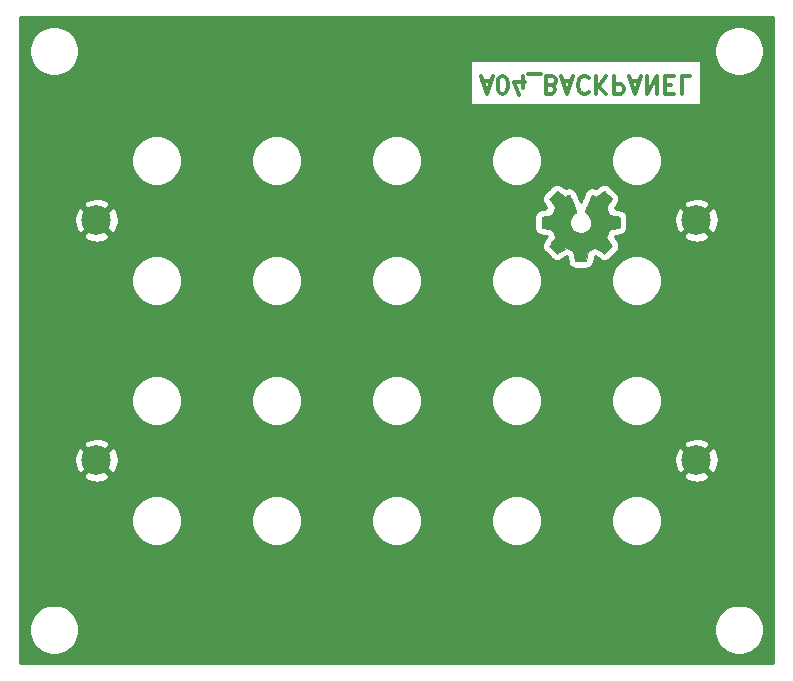
<source format=gbr>
G04 #@! TF.GenerationSoftware,KiCad,Pcbnew,5.1.5-52549c5~86~ubuntu18.04.1*
G04 #@! TF.CreationDate,2020-08-28T16:47:41-05:00*
G04 #@! TF.ProjectId,A04,4130342e-6b69-4636-9164-5f7063625858,rev?*
G04 #@! TF.SameCoordinates,Original*
G04 #@! TF.FileFunction,Copper,L2,Bot*
G04 #@! TF.FilePolarity,Positive*
%FSLAX46Y46*%
G04 Gerber Fmt 4.6, Leading zero omitted, Abs format (unit mm)*
G04 Created by KiCad (PCBNEW 5.1.5-52549c5~86~ubuntu18.04.1) date 2020-08-28 16:47:41*
%MOMM*%
%LPD*%
G04 APERTURE LIST*
%ADD10C,0.300000*%
%ADD11C,0.010000*%
%ADD12C,2.499360*%
%ADD13C,0.254000*%
G04 APERTURE END LIST*
D10*
X61567514Y-27258200D02*
X62281800Y-27258200D01*
X61424657Y-26829628D02*
X61924657Y-28329628D01*
X62424657Y-26829628D01*
X63210371Y-28329628D02*
X63353228Y-28329628D01*
X63496085Y-28258200D01*
X63567514Y-28186771D01*
X63638942Y-28043914D01*
X63710371Y-27758200D01*
X63710371Y-27401057D01*
X63638942Y-27115342D01*
X63567514Y-26972485D01*
X63496085Y-26901057D01*
X63353228Y-26829628D01*
X63210371Y-26829628D01*
X63067514Y-26901057D01*
X62996085Y-26972485D01*
X62924657Y-27115342D01*
X62853228Y-27401057D01*
X62853228Y-27758200D01*
X62924657Y-28043914D01*
X62996085Y-28186771D01*
X63067514Y-28258200D01*
X63210371Y-28329628D01*
X64996085Y-27829628D02*
X64996085Y-26829628D01*
X64638942Y-28401057D02*
X64281800Y-27329628D01*
X65210371Y-27329628D01*
X65424657Y-26686771D02*
X66567514Y-26686771D01*
X67424657Y-27615342D02*
X67638942Y-27543914D01*
X67710371Y-27472485D01*
X67781800Y-27329628D01*
X67781800Y-27115342D01*
X67710371Y-26972485D01*
X67638942Y-26901057D01*
X67496085Y-26829628D01*
X66924657Y-26829628D01*
X66924657Y-28329628D01*
X67424657Y-28329628D01*
X67567514Y-28258200D01*
X67638942Y-28186771D01*
X67710371Y-28043914D01*
X67710371Y-27901057D01*
X67638942Y-27758200D01*
X67567514Y-27686771D01*
X67424657Y-27615342D01*
X66924657Y-27615342D01*
X68353228Y-27258200D02*
X69067514Y-27258200D01*
X68210371Y-26829628D02*
X68710371Y-28329628D01*
X69210371Y-26829628D01*
X70567514Y-26972485D02*
X70496085Y-26901057D01*
X70281800Y-26829628D01*
X70138942Y-26829628D01*
X69924657Y-26901057D01*
X69781800Y-27043914D01*
X69710371Y-27186771D01*
X69638942Y-27472485D01*
X69638942Y-27686771D01*
X69710371Y-27972485D01*
X69781800Y-28115342D01*
X69924657Y-28258200D01*
X70138942Y-28329628D01*
X70281800Y-28329628D01*
X70496085Y-28258200D01*
X70567514Y-28186771D01*
X71210371Y-26829628D02*
X71210371Y-28329628D01*
X72067514Y-26829628D02*
X71424657Y-27686771D01*
X72067514Y-28329628D02*
X71210371Y-27472485D01*
X72710371Y-26829628D02*
X72710371Y-28329628D01*
X73281800Y-28329628D01*
X73424657Y-28258200D01*
X73496085Y-28186771D01*
X73567514Y-28043914D01*
X73567514Y-27829628D01*
X73496085Y-27686771D01*
X73424657Y-27615342D01*
X73281800Y-27543914D01*
X72710371Y-27543914D01*
X74138942Y-27258200D02*
X74853228Y-27258200D01*
X73996085Y-26829628D02*
X74496085Y-28329628D01*
X74996085Y-26829628D01*
X75496085Y-26829628D02*
X75496085Y-28329628D01*
X76353228Y-26829628D01*
X76353228Y-28329628D01*
X77067514Y-27615342D02*
X77567514Y-27615342D01*
X77781800Y-26829628D02*
X77067514Y-26829628D01*
X77067514Y-28329628D01*
X77781800Y-28329628D01*
X79138942Y-26829628D02*
X78424657Y-26829628D01*
X78424657Y-28329628D01*
D11*
G36*
X70431214Y-42053469D02*
G01*
X70515035Y-41608845D01*
X70824320Y-41481347D01*
X71133606Y-41353849D01*
X71504646Y-41606154D01*
X71608557Y-41676404D01*
X71702487Y-41739128D01*
X71782052Y-41791462D01*
X71842870Y-41830543D01*
X71880557Y-41853507D01*
X71890821Y-41858458D01*
X71909310Y-41845724D01*
X71948820Y-41810518D01*
X72004922Y-41757338D01*
X72073187Y-41690682D01*
X72149186Y-41615046D01*
X72228492Y-41534928D01*
X72306675Y-41454826D01*
X72379307Y-41379236D01*
X72441959Y-41312655D01*
X72490203Y-41259582D01*
X72519610Y-41224513D01*
X72526641Y-41212777D01*
X72516523Y-41191140D01*
X72488159Y-41143738D01*
X72444529Y-41075207D01*
X72388618Y-40990185D01*
X72323406Y-40893307D01*
X72285619Y-40838050D01*
X72216743Y-40737152D01*
X72155540Y-40646101D01*
X72104978Y-40569430D01*
X72068028Y-40511672D01*
X72047658Y-40477357D01*
X72044597Y-40470146D01*
X72051536Y-40449652D01*
X72070451Y-40401887D01*
X72098487Y-40333568D01*
X72132791Y-40251411D01*
X72170509Y-40162130D01*
X72208787Y-40072442D01*
X72244770Y-39989062D01*
X72275606Y-39918706D01*
X72298439Y-39868090D01*
X72310417Y-39843929D01*
X72311124Y-39842978D01*
X72329931Y-39838364D01*
X72380018Y-39828072D01*
X72456193Y-39813113D01*
X72553265Y-39794499D01*
X72666043Y-39773241D01*
X72731842Y-39760982D01*
X72852350Y-39738038D01*
X72961197Y-39716205D01*
X73052876Y-39696678D01*
X73121881Y-39680652D01*
X73162704Y-39669321D01*
X73170911Y-39665726D01*
X73178948Y-39641394D01*
X73185433Y-39586441D01*
X73190370Y-39507292D01*
X73193764Y-39410374D01*
X73195618Y-39302113D01*
X73195938Y-39188935D01*
X73194727Y-39077265D01*
X73191990Y-38973532D01*
X73187731Y-38884159D01*
X73181955Y-38815574D01*
X73174667Y-38774203D01*
X73170295Y-38765590D01*
X73144164Y-38755267D01*
X73088793Y-38740508D01*
X73011507Y-38723048D01*
X72919630Y-38704620D01*
X72887558Y-38698659D01*
X72732924Y-38670334D01*
X72610775Y-38647524D01*
X72517073Y-38629320D01*
X72447784Y-38614817D01*
X72398871Y-38603108D01*
X72366297Y-38593285D01*
X72346028Y-38584444D01*
X72334026Y-38575676D01*
X72332347Y-38573943D01*
X72315584Y-38546029D01*
X72290014Y-38491705D01*
X72258188Y-38417623D01*
X72222660Y-38330435D01*
X72185983Y-38236792D01*
X72150711Y-38143348D01*
X72119396Y-38056753D01*
X72094593Y-37983660D01*
X72078854Y-37930722D01*
X72074732Y-37904589D01*
X72075076Y-37903674D01*
X72089041Y-37882314D01*
X72120722Y-37835316D01*
X72166791Y-37767573D01*
X72223918Y-37683977D01*
X72288773Y-37589418D01*
X72307243Y-37562546D01*
X72373099Y-37465125D01*
X72431050Y-37376237D01*
X72477938Y-37300988D01*
X72510607Y-37244480D01*
X72525900Y-37211819D01*
X72526641Y-37207807D01*
X72513792Y-37186716D01*
X72478288Y-37144936D01*
X72424693Y-37086955D01*
X72357571Y-37017265D01*
X72281487Y-36940355D01*
X72201004Y-36860717D01*
X72120687Y-36782839D01*
X72045099Y-36711214D01*
X71978805Y-36650330D01*
X71926369Y-36604679D01*
X71892355Y-36578750D01*
X71882945Y-36574517D01*
X71861043Y-36584488D01*
X71816200Y-36611380D01*
X71755721Y-36650664D01*
X71709189Y-36682283D01*
X71624875Y-36740302D01*
X71525026Y-36808616D01*
X71424873Y-36876821D01*
X71371027Y-36913325D01*
X71188771Y-37036600D01*
X71035781Y-36953880D01*
X70966082Y-36917641D01*
X70906814Y-36889474D01*
X70866711Y-36873409D01*
X70856503Y-36871174D01*
X70844229Y-36887678D01*
X70820013Y-36934318D01*
X70785663Y-37006791D01*
X70742988Y-37100794D01*
X70693794Y-37212026D01*
X70639890Y-37336185D01*
X70583084Y-37468968D01*
X70525182Y-37606073D01*
X70467993Y-37743198D01*
X70413324Y-37876042D01*
X70362984Y-38000302D01*
X70318780Y-38111675D01*
X70282519Y-38205861D01*
X70256009Y-38278556D01*
X70241058Y-38325459D01*
X70238654Y-38341567D01*
X70257711Y-38362114D01*
X70299436Y-38395467D01*
X70355106Y-38434698D01*
X70359778Y-38437801D01*
X70503664Y-38552977D01*
X70619683Y-38687347D01*
X70706830Y-38836616D01*
X70764099Y-38996487D01*
X70790486Y-39162663D01*
X70784985Y-39330848D01*
X70746590Y-39496745D01*
X70674295Y-39656058D01*
X70653026Y-39690913D01*
X70542396Y-39831663D01*
X70411702Y-39944686D01*
X70265464Y-40029397D01*
X70108208Y-40085206D01*
X69944457Y-40111526D01*
X69778733Y-40107770D01*
X69615562Y-40073350D01*
X69459465Y-40007677D01*
X69314967Y-39910165D01*
X69270269Y-39870587D01*
X69156512Y-39746697D01*
X69073618Y-39616276D01*
X69016756Y-39470085D01*
X68985087Y-39325312D01*
X68977269Y-39162540D01*
X69003338Y-38998960D01*
X69060645Y-38840102D01*
X69146544Y-38691494D01*
X69258386Y-38558665D01*
X69393523Y-38447144D01*
X69411283Y-38435389D01*
X69467550Y-38396892D01*
X69510323Y-38363537D01*
X69530772Y-38342240D01*
X69531069Y-38341567D01*
X69526679Y-38318529D01*
X69509276Y-38266243D01*
X69480668Y-38189010D01*
X69442665Y-38091132D01*
X69397074Y-37976909D01*
X69345703Y-37850642D01*
X69290362Y-37716633D01*
X69232858Y-37579182D01*
X69175001Y-37442592D01*
X69118598Y-37311163D01*
X69065458Y-37189195D01*
X69017390Y-37080991D01*
X68976201Y-36990851D01*
X68943701Y-36923077D01*
X68921697Y-36881970D01*
X68912836Y-36871174D01*
X68885760Y-36879581D01*
X68835097Y-36902128D01*
X68769583Y-36934787D01*
X68733559Y-36953880D01*
X68580568Y-37036600D01*
X68398312Y-36913325D01*
X68305275Y-36850172D01*
X68203415Y-36780673D01*
X68107962Y-36715235D01*
X68060150Y-36682283D01*
X67992905Y-36637127D01*
X67935964Y-36601343D01*
X67896754Y-36579462D01*
X67884019Y-36574837D01*
X67865483Y-36587315D01*
X67824459Y-36622148D01*
X67764925Y-36675722D01*
X67690858Y-36744417D01*
X67606235Y-36824619D01*
X67552715Y-36876114D01*
X67459081Y-36968114D01*
X67378159Y-37050401D01*
X67313223Y-37119455D01*
X67267542Y-37171756D01*
X67244389Y-37203784D01*
X67242168Y-37210284D01*
X67252476Y-37235006D01*
X67280961Y-37284995D01*
X67324463Y-37355188D01*
X67379823Y-37440525D01*
X67443880Y-37535944D01*
X67462097Y-37562546D01*
X67528473Y-37659233D01*
X67588022Y-37746283D01*
X67637416Y-37818805D01*
X67673325Y-37871907D01*
X67692419Y-37900697D01*
X67694264Y-37903674D01*
X67691505Y-37926618D01*
X67676862Y-37977064D01*
X67652887Y-38048359D01*
X67622134Y-38133853D01*
X67587156Y-38226893D01*
X67550507Y-38320826D01*
X67514739Y-38409001D01*
X67482406Y-38484766D01*
X67456062Y-38541469D01*
X67438258Y-38572457D01*
X67436993Y-38573943D01*
X67426106Y-38582799D01*
X67407718Y-38591557D01*
X67377794Y-38601123D01*
X67332297Y-38612404D01*
X67267191Y-38626307D01*
X67178439Y-38643737D01*
X67062007Y-38665602D01*
X66913858Y-38692809D01*
X66881782Y-38698659D01*
X66786714Y-38717026D01*
X66703835Y-38734995D01*
X66640470Y-38750831D01*
X66603942Y-38762800D01*
X66599044Y-38765590D01*
X66590973Y-38790328D01*
X66584413Y-38845610D01*
X66579367Y-38925011D01*
X66575841Y-39022104D01*
X66573839Y-39130462D01*
X66573364Y-39243660D01*
X66574423Y-39355272D01*
X66577018Y-39458871D01*
X66581154Y-39548032D01*
X66586837Y-39616328D01*
X66594069Y-39657334D01*
X66598429Y-39665726D01*
X66622702Y-39674192D01*
X66677974Y-39687965D01*
X66758738Y-39705850D01*
X66859488Y-39726652D01*
X66974717Y-39749177D01*
X67037498Y-39760982D01*
X67156613Y-39783249D01*
X67262835Y-39803421D01*
X67350973Y-39820485D01*
X67415834Y-39833431D01*
X67452226Y-39841245D01*
X67458216Y-39842978D01*
X67468339Y-39862510D01*
X67489738Y-39909557D01*
X67519561Y-39977397D01*
X67554955Y-40059309D01*
X67593068Y-40148572D01*
X67631047Y-40238465D01*
X67666040Y-40322265D01*
X67695194Y-40393253D01*
X67715657Y-40444706D01*
X67724577Y-40469903D01*
X67724743Y-40471004D01*
X67714631Y-40490881D01*
X67686283Y-40536623D01*
X67642677Y-40603683D01*
X67586794Y-40687516D01*
X67521613Y-40783574D01*
X67483721Y-40838750D01*
X67414675Y-40939919D01*
X67353350Y-41031770D01*
X67302737Y-41109656D01*
X67265829Y-41168931D01*
X67245618Y-41204949D01*
X67242699Y-41213023D01*
X67255247Y-41231816D01*
X67289937Y-41271943D01*
X67342337Y-41328907D01*
X67408016Y-41398215D01*
X67482544Y-41475369D01*
X67561487Y-41555875D01*
X67640417Y-41635237D01*
X67714900Y-41708960D01*
X67780506Y-41772548D01*
X67832804Y-41821506D01*
X67867361Y-41851339D01*
X67878922Y-41858458D01*
X67897746Y-41848447D01*
X67942769Y-41820322D01*
X68009613Y-41776946D01*
X68093901Y-41721182D01*
X68191256Y-41655894D01*
X68264693Y-41606154D01*
X68635733Y-41353849D01*
X69254305Y-41608845D01*
X69338125Y-42053469D01*
X69421946Y-42498093D01*
X70347394Y-42498093D01*
X70431214Y-42053469D01*
G37*
X70431214Y-42053469D02*
X70515035Y-41608845D01*
X70824320Y-41481347D01*
X71133606Y-41353849D01*
X71504646Y-41606154D01*
X71608557Y-41676404D01*
X71702487Y-41739128D01*
X71782052Y-41791462D01*
X71842870Y-41830543D01*
X71880557Y-41853507D01*
X71890821Y-41858458D01*
X71909310Y-41845724D01*
X71948820Y-41810518D01*
X72004922Y-41757338D01*
X72073187Y-41690682D01*
X72149186Y-41615046D01*
X72228492Y-41534928D01*
X72306675Y-41454826D01*
X72379307Y-41379236D01*
X72441959Y-41312655D01*
X72490203Y-41259582D01*
X72519610Y-41224513D01*
X72526641Y-41212777D01*
X72516523Y-41191140D01*
X72488159Y-41143738D01*
X72444529Y-41075207D01*
X72388618Y-40990185D01*
X72323406Y-40893307D01*
X72285619Y-40838050D01*
X72216743Y-40737152D01*
X72155540Y-40646101D01*
X72104978Y-40569430D01*
X72068028Y-40511672D01*
X72047658Y-40477357D01*
X72044597Y-40470146D01*
X72051536Y-40449652D01*
X72070451Y-40401887D01*
X72098487Y-40333568D01*
X72132791Y-40251411D01*
X72170509Y-40162130D01*
X72208787Y-40072442D01*
X72244770Y-39989062D01*
X72275606Y-39918706D01*
X72298439Y-39868090D01*
X72310417Y-39843929D01*
X72311124Y-39842978D01*
X72329931Y-39838364D01*
X72380018Y-39828072D01*
X72456193Y-39813113D01*
X72553265Y-39794499D01*
X72666043Y-39773241D01*
X72731842Y-39760982D01*
X72852350Y-39738038D01*
X72961197Y-39716205D01*
X73052876Y-39696678D01*
X73121881Y-39680652D01*
X73162704Y-39669321D01*
X73170911Y-39665726D01*
X73178948Y-39641394D01*
X73185433Y-39586441D01*
X73190370Y-39507292D01*
X73193764Y-39410374D01*
X73195618Y-39302113D01*
X73195938Y-39188935D01*
X73194727Y-39077265D01*
X73191990Y-38973532D01*
X73187731Y-38884159D01*
X73181955Y-38815574D01*
X73174667Y-38774203D01*
X73170295Y-38765590D01*
X73144164Y-38755267D01*
X73088793Y-38740508D01*
X73011507Y-38723048D01*
X72919630Y-38704620D01*
X72887558Y-38698659D01*
X72732924Y-38670334D01*
X72610775Y-38647524D01*
X72517073Y-38629320D01*
X72447784Y-38614817D01*
X72398871Y-38603108D01*
X72366297Y-38593285D01*
X72346028Y-38584444D01*
X72334026Y-38575676D01*
X72332347Y-38573943D01*
X72315584Y-38546029D01*
X72290014Y-38491705D01*
X72258188Y-38417623D01*
X72222660Y-38330435D01*
X72185983Y-38236792D01*
X72150711Y-38143348D01*
X72119396Y-38056753D01*
X72094593Y-37983660D01*
X72078854Y-37930722D01*
X72074732Y-37904589D01*
X72075076Y-37903674D01*
X72089041Y-37882314D01*
X72120722Y-37835316D01*
X72166791Y-37767573D01*
X72223918Y-37683977D01*
X72288773Y-37589418D01*
X72307243Y-37562546D01*
X72373099Y-37465125D01*
X72431050Y-37376237D01*
X72477938Y-37300988D01*
X72510607Y-37244480D01*
X72525900Y-37211819D01*
X72526641Y-37207807D01*
X72513792Y-37186716D01*
X72478288Y-37144936D01*
X72424693Y-37086955D01*
X72357571Y-37017265D01*
X72281487Y-36940355D01*
X72201004Y-36860717D01*
X72120687Y-36782839D01*
X72045099Y-36711214D01*
X71978805Y-36650330D01*
X71926369Y-36604679D01*
X71892355Y-36578750D01*
X71882945Y-36574517D01*
X71861043Y-36584488D01*
X71816200Y-36611380D01*
X71755721Y-36650664D01*
X71709189Y-36682283D01*
X71624875Y-36740302D01*
X71525026Y-36808616D01*
X71424873Y-36876821D01*
X71371027Y-36913325D01*
X71188771Y-37036600D01*
X71035781Y-36953880D01*
X70966082Y-36917641D01*
X70906814Y-36889474D01*
X70866711Y-36873409D01*
X70856503Y-36871174D01*
X70844229Y-36887678D01*
X70820013Y-36934318D01*
X70785663Y-37006791D01*
X70742988Y-37100794D01*
X70693794Y-37212026D01*
X70639890Y-37336185D01*
X70583084Y-37468968D01*
X70525182Y-37606073D01*
X70467993Y-37743198D01*
X70413324Y-37876042D01*
X70362984Y-38000302D01*
X70318780Y-38111675D01*
X70282519Y-38205861D01*
X70256009Y-38278556D01*
X70241058Y-38325459D01*
X70238654Y-38341567D01*
X70257711Y-38362114D01*
X70299436Y-38395467D01*
X70355106Y-38434698D01*
X70359778Y-38437801D01*
X70503664Y-38552977D01*
X70619683Y-38687347D01*
X70706830Y-38836616D01*
X70764099Y-38996487D01*
X70790486Y-39162663D01*
X70784985Y-39330848D01*
X70746590Y-39496745D01*
X70674295Y-39656058D01*
X70653026Y-39690913D01*
X70542396Y-39831663D01*
X70411702Y-39944686D01*
X70265464Y-40029397D01*
X70108208Y-40085206D01*
X69944457Y-40111526D01*
X69778733Y-40107770D01*
X69615562Y-40073350D01*
X69459465Y-40007677D01*
X69314967Y-39910165D01*
X69270269Y-39870587D01*
X69156512Y-39746697D01*
X69073618Y-39616276D01*
X69016756Y-39470085D01*
X68985087Y-39325312D01*
X68977269Y-39162540D01*
X69003338Y-38998960D01*
X69060645Y-38840102D01*
X69146544Y-38691494D01*
X69258386Y-38558665D01*
X69393523Y-38447144D01*
X69411283Y-38435389D01*
X69467550Y-38396892D01*
X69510323Y-38363537D01*
X69530772Y-38342240D01*
X69531069Y-38341567D01*
X69526679Y-38318529D01*
X69509276Y-38266243D01*
X69480668Y-38189010D01*
X69442665Y-38091132D01*
X69397074Y-37976909D01*
X69345703Y-37850642D01*
X69290362Y-37716633D01*
X69232858Y-37579182D01*
X69175001Y-37442592D01*
X69118598Y-37311163D01*
X69065458Y-37189195D01*
X69017390Y-37080991D01*
X68976201Y-36990851D01*
X68943701Y-36923077D01*
X68921697Y-36881970D01*
X68912836Y-36871174D01*
X68885760Y-36879581D01*
X68835097Y-36902128D01*
X68769583Y-36934787D01*
X68733559Y-36953880D01*
X68580568Y-37036600D01*
X68398312Y-36913325D01*
X68305275Y-36850172D01*
X68203415Y-36780673D01*
X68107962Y-36715235D01*
X68060150Y-36682283D01*
X67992905Y-36637127D01*
X67935964Y-36601343D01*
X67896754Y-36579462D01*
X67884019Y-36574837D01*
X67865483Y-36587315D01*
X67824459Y-36622148D01*
X67764925Y-36675722D01*
X67690858Y-36744417D01*
X67606235Y-36824619D01*
X67552715Y-36876114D01*
X67459081Y-36968114D01*
X67378159Y-37050401D01*
X67313223Y-37119455D01*
X67267542Y-37171756D01*
X67244389Y-37203784D01*
X67242168Y-37210284D01*
X67252476Y-37235006D01*
X67280961Y-37284995D01*
X67324463Y-37355188D01*
X67379823Y-37440525D01*
X67443880Y-37535944D01*
X67462097Y-37562546D01*
X67528473Y-37659233D01*
X67588022Y-37746283D01*
X67637416Y-37818805D01*
X67673325Y-37871907D01*
X67692419Y-37900697D01*
X67694264Y-37903674D01*
X67691505Y-37926618D01*
X67676862Y-37977064D01*
X67652887Y-38048359D01*
X67622134Y-38133853D01*
X67587156Y-38226893D01*
X67550507Y-38320826D01*
X67514739Y-38409001D01*
X67482406Y-38484766D01*
X67456062Y-38541469D01*
X67438258Y-38572457D01*
X67436993Y-38573943D01*
X67426106Y-38582799D01*
X67407718Y-38591557D01*
X67377794Y-38601123D01*
X67332297Y-38612404D01*
X67267191Y-38626307D01*
X67178439Y-38643737D01*
X67062007Y-38665602D01*
X66913858Y-38692809D01*
X66881782Y-38698659D01*
X66786714Y-38717026D01*
X66703835Y-38734995D01*
X66640470Y-38750831D01*
X66603942Y-38762800D01*
X66599044Y-38765590D01*
X66590973Y-38790328D01*
X66584413Y-38845610D01*
X66579367Y-38925011D01*
X66575841Y-39022104D01*
X66573839Y-39130462D01*
X66573364Y-39243660D01*
X66574423Y-39355272D01*
X66577018Y-39458871D01*
X66581154Y-39548032D01*
X66586837Y-39616328D01*
X66594069Y-39657334D01*
X66598429Y-39665726D01*
X66622702Y-39674192D01*
X66677974Y-39687965D01*
X66758738Y-39705850D01*
X66859488Y-39726652D01*
X66974717Y-39749177D01*
X67037498Y-39760982D01*
X67156613Y-39783249D01*
X67262835Y-39803421D01*
X67350973Y-39820485D01*
X67415834Y-39833431D01*
X67452226Y-39841245D01*
X67458216Y-39842978D01*
X67468339Y-39862510D01*
X67489738Y-39909557D01*
X67519561Y-39977397D01*
X67554955Y-40059309D01*
X67593068Y-40148572D01*
X67631047Y-40238465D01*
X67666040Y-40322265D01*
X67695194Y-40393253D01*
X67715657Y-40444706D01*
X67724577Y-40469903D01*
X67724743Y-40471004D01*
X67714631Y-40490881D01*
X67686283Y-40536623D01*
X67642677Y-40603683D01*
X67586794Y-40687516D01*
X67521613Y-40783574D01*
X67483721Y-40838750D01*
X67414675Y-40939919D01*
X67353350Y-41031770D01*
X67302737Y-41109656D01*
X67265829Y-41168931D01*
X67245618Y-41204949D01*
X67242699Y-41213023D01*
X67255247Y-41231816D01*
X67289937Y-41271943D01*
X67342337Y-41328907D01*
X67408016Y-41398215D01*
X67482544Y-41475369D01*
X67561487Y-41555875D01*
X67640417Y-41635237D01*
X67714900Y-41708960D01*
X67780506Y-41772548D01*
X67832804Y-41821506D01*
X67867361Y-41851339D01*
X67878922Y-41858458D01*
X67897746Y-41848447D01*
X67942769Y-41820322D01*
X68009613Y-41776946D01*
X68093901Y-41721182D01*
X68191256Y-41655894D01*
X68264693Y-41606154D01*
X68635733Y-41353849D01*
X69254305Y-41608845D01*
X69338125Y-42053469D01*
X69421946Y-42498093D01*
X70347394Y-42498093D01*
X70431214Y-42053469D01*
D12*
X79690000Y-59370000D03*
X79690000Y-39050000D03*
X28890000Y-59370000D03*
X28890000Y-39050000D03*
D13*
G36*
X86130001Y-76550000D02*
G01*
X22450000Y-76550000D01*
X22450000Y-73499721D01*
X23155000Y-73499721D01*
X23155000Y-73920279D01*
X23237047Y-74332756D01*
X23397988Y-74721302D01*
X23631637Y-75070983D01*
X23929017Y-75368363D01*
X24278698Y-75602012D01*
X24667244Y-75762953D01*
X25079721Y-75845000D01*
X25500279Y-75845000D01*
X25912756Y-75762953D01*
X26301302Y-75602012D01*
X26650983Y-75368363D01*
X26948363Y-75070983D01*
X27182012Y-74721302D01*
X27342953Y-74332756D01*
X27425000Y-73920279D01*
X27425000Y-73499721D01*
X81155000Y-73499721D01*
X81155000Y-73920279D01*
X81237047Y-74332756D01*
X81397988Y-74721302D01*
X81631637Y-75070983D01*
X81929017Y-75368363D01*
X82278698Y-75602012D01*
X82667244Y-75762953D01*
X83079721Y-75845000D01*
X83500279Y-75845000D01*
X83912756Y-75762953D01*
X84301302Y-75602012D01*
X84650983Y-75368363D01*
X84948363Y-75070983D01*
X85182012Y-74721302D01*
X85342953Y-74332756D01*
X85425000Y-73920279D01*
X85425000Y-73499721D01*
X85342953Y-73087244D01*
X85182012Y-72698698D01*
X84948363Y-72349017D01*
X84650983Y-72051637D01*
X84301302Y-71817988D01*
X83912756Y-71657047D01*
X83500279Y-71575000D01*
X83079721Y-71575000D01*
X82667244Y-71657047D01*
X82278698Y-71817988D01*
X81929017Y-72051637D01*
X81631637Y-72349017D01*
X81397988Y-72698698D01*
X81237047Y-73087244D01*
X81155000Y-73499721D01*
X27425000Y-73499721D01*
X27342953Y-73087244D01*
X27182012Y-72698698D01*
X26948363Y-72349017D01*
X26650983Y-72051637D01*
X26301302Y-71817988D01*
X25912756Y-71657047D01*
X25500279Y-71575000D01*
X25079721Y-71575000D01*
X24667244Y-71657047D01*
X24278698Y-71817988D01*
X23929017Y-72051637D01*
X23631637Y-72349017D01*
X23397988Y-72698698D01*
X23237047Y-73087244D01*
X23155000Y-73499721D01*
X22450000Y-73499721D01*
X22450000Y-64239721D01*
X31835000Y-64239721D01*
X31835000Y-64660279D01*
X31917047Y-65072756D01*
X32077988Y-65461302D01*
X32311637Y-65810983D01*
X32609017Y-66108363D01*
X32958698Y-66342012D01*
X33347244Y-66502953D01*
X33759721Y-66585000D01*
X34180279Y-66585000D01*
X34592756Y-66502953D01*
X34981302Y-66342012D01*
X35330983Y-66108363D01*
X35628363Y-65810983D01*
X35862012Y-65461302D01*
X36022953Y-65072756D01*
X36105000Y-64660279D01*
X36105000Y-64239721D01*
X41995000Y-64239721D01*
X41995000Y-64660279D01*
X42077047Y-65072756D01*
X42237988Y-65461302D01*
X42471637Y-65810983D01*
X42769017Y-66108363D01*
X43118698Y-66342012D01*
X43507244Y-66502953D01*
X43919721Y-66585000D01*
X44340279Y-66585000D01*
X44752756Y-66502953D01*
X45141302Y-66342012D01*
X45490983Y-66108363D01*
X45788363Y-65810983D01*
X46022012Y-65461302D01*
X46182953Y-65072756D01*
X46265000Y-64660279D01*
X46265000Y-64239721D01*
X52155000Y-64239721D01*
X52155000Y-64660279D01*
X52237047Y-65072756D01*
X52397988Y-65461302D01*
X52631637Y-65810983D01*
X52929017Y-66108363D01*
X53278698Y-66342012D01*
X53667244Y-66502953D01*
X54079721Y-66585000D01*
X54500279Y-66585000D01*
X54912756Y-66502953D01*
X55301302Y-66342012D01*
X55650983Y-66108363D01*
X55948363Y-65810983D01*
X56182012Y-65461302D01*
X56342953Y-65072756D01*
X56425000Y-64660279D01*
X56425000Y-64239721D01*
X62315000Y-64239721D01*
X62315000Y-64660279D01*
X62397047Y-65072756D01*
X62557988Y-65461302D01*
X62791637Y-65810983D01*
X63089017Y-66108363D01*
X63438698Y-66342012D01*
X63827244Y-66502953D01*
X64239721Y-66585000D01*
X64660279Y-66585000D01*
X65072756Y-66502953D01*
X65461302Y-66342012D01*
X65810983Y-66108363D01*
X66108363Y-65810983D01*
X66342012Y-65461302D01*
X66502953Y-65072756D01*
X66585000Y-64660279D01*
X66585000Y-64239721D01*
X72475000Y-64239721D01*
X72475000Y-64660279D01*
X72557047Y-65072756D01*
X72717988Y-65461302D01*
X72951637Y-65810983D01*
X73249017Y-66108363D01*
X73598698Y-66342012D01*
X73987244Y-66502953D01*
X74399721Y-66585000D01*
X74820279Y-66585000D01*
X75232756Y-66502953D01*
X75621302Y-66342012D01*
X75970983Y-66108363D01*
X76268363Y-65810983D01*
X76502012Y-65461302D01*
X76662953Y-65072756D01*
X76745000Y-64660279D01*
X76745000Y-64239721D01*
X76662953Y-63827244D01*
X76502012Y-63438698D01*
X76268363Y-63089017D01*
X75970983Y-62791637D01*
X75621302Y-62557988D01*
X75232756Y-62397047D01*
X74820279Y-62315000D01*
X74399721Y-62315000D01*
X73987244Y-62397047D01*
X73598698Y-62557988D01*
X73249017Y-62791637D01*
X72951637Y-63089017D01*
X72717988Y-63438698D01*
X72557047Y-63827244D01*
X72475000Y-64239721D01*
X66585000Y-64239721D01*
X66502953Y-63827244D01*
X66342012Y-63438698D01*
X66108363Y-63089017D01*
X65810983Y-62791637D01*
X65461302Y-62557988D01*
X65072756Y-62397047D01*
X64660279Y-62315000D01*
X64239721Y-62315000D01*
X63827244Y-62397047D01*
X63438698Y-62557988D01*
X63089017Y-62791637D01*
X62791637Y-63089017D01*
X62557988Y-63438698D01*
X62397047Y-63827244D01*
X62315000Y-64239721D01*
X56425000Y-64239721D01*
X56342953Y-63827244D01*
X56182012Y-63438698D01*
X55948363Y-63089017D01*
X55650983Y-62791637D01*
X55301302Y-62557988D01*
X54912756Y-62397047D01*
X54500279Y-62315000D01*
X54079721Y-62315000D01*
X53667244Y-62397047D01*
X53278698Y-62557988D01*
X52929017Y-62791637D01*
X52631637Y-63089017D01*
X52397988Y-63438698D01*
X52237047Y-63827244D01*
X52155000Y-64239721D01*
X46265000Y-64239721D01*
X46182953Y-63827244D01*
X46022012Y-63438698D01*
X45788363Y-63089017D01*
X45490983Y-62791637D01*
X45141302Y-62557988D01*
X44752756Y-62397047D01*
X44340279Y-62315000D01*
X43919721Y-62315000D01*
X43507244Y-62397047D01*
X43118698Y-62557988D01*
X42769017Y-62791637D01*
X42471637Y-63089017D01*
X42237988Y-63438698D01*
X42077047Y-63827244D01*
X41995000Y-64239721D01*
X36105000Y-64239721D01*
X36022953Y-63827244D01*
X35862012Y-63438698D01*
X35628363Y-63089017D01*
X35330983Y-62791637D01*
X34981302Y-62557988D01*
X34592756Y-62397047D01*
X34180279Y-62315000D01*
X33759721Y-62315000D01*
X33347244Y-62397047D01*
X32958698Y-62557988D01*
X32609017Y-62791637D01*
X32311637Y-63089017D01*
X32077988Y-63438698D01*
X31917047Y-63827244D01*
X31835000Y-64239721D01*
X22450000Y-64239721D01*
X22450000Y-60683377D01*
X27756229Y-60683377D01*
X27882104Y-60973315D01*
X28214262Y-61139139D01*
X28572387Y-61236975D01*
X28942719Y-61263065D01*
X29311025Y-61216405D01*
X29663151Y-61098789D01*
X29897896Y-60973315D01*
X30023771Y-60683377D01*
X78556229Y-60683377D01*
X78682104Y-60973315D01*
X79014262Y-61139139D01*
X79372387Y-61236975D01*
X79742719Y-61263065D01*
X80111025Y-61216405D01*
X80463151Y-61098789D01*
X80697896Y-60973315D01*
X80823771Y-60683377D01*
X79690000Y-59549605D01*
X78556229Y-60683377D01*
X30023771Y-60683377D01*
X28890000Y-59549605D01*
X27756229Y-60683377D01*
X22450000Y-60683377D01*
X22450000Y-59422719D01*
X26996935Y-59422719D01*
X27043595Y-59791025D01*
X27161211Y-60143151D01*
X27286685Y-60377896D01*
X27576623Y-60503771D01*
X28710395Y-59370000D01*
X29069605Y-59370000D01*
X30203377Y-60503771D01*
X30493315Y-60377896D01*
X30659139Y-60045738D01*
X30756975Y-59687613D01*
X30775636Y-59422719D01*
X77796935Y-59422719D01*
X77843595Y-59791025D01*
X77961211Y-60143151D01*
X78086685Y-60377896D01*
X78376623Y-60503771D01*
X79510395Y-59370000D01*
X79869605Y-59370000D01*
X81003377Y-60503771D01*
X81293315Y-60377896D01*
X81459139Y-60045738D01*
X81556975Y-59687613D01*
X81583065Y-59317281D01*
X81536405Y-58948975D01*
X81418789Y-58596849D01*
X81293315Y-58362104D01*
X81003377Y-58236229D01*
X79869605Y-59370000D01*
X79510395Y-59370000D01*
X78376623Y-58236229D01*
X78086685Y-58362104D01*
X77920861Y-58694262D01*
X77823025Y-59052387D01*
X77796935Y-59422719D01*
X30775636Y-59422719D01*
X30783065Y-59317281D01*
X30736405Y-58948975D01*
X30618789Y-58596849D01*
X30493315Y-58362104D01*
X30203377Y-58236229D01*
X29069605Y-59370000D01*
X28710395Y-59370000D01*
X27576623Y-58236229D01*
X27286685Y-58362104D01*
X27120861Y-58694262D01*
X27023025Y-59052387D01*
X26996935Y-59422719D01*
X22450000Y-59422719D01*
X22450000Y-58056623D01*
X27756229Y-58056623D01*
X28890000Y-59190395D01*
X30023771Y-58056623D01*
X78556229Y-58056623D01*
X79690000Y-59190395D01*
X80823771Y-58056623D01*
X80697896Y-57766685D01*
X80365738Y-57600861D01*
X80007613Y-57503025D01*
X79637281Y-57476935D01*
X79268975Y-57523595D01*
X78916849Y-57641211D01*
X78682104Y-57766685D01*
X78556229Y-58056623D01*
X30023771Y-58056623D01*
X29897896Y-57766685D01*
X29565738Y-57600861D01*
X29207613Y-57503025D01*
X28837281Y-57476935D01*
X28468975Y-57523595D01*
X28116849Y-57641211D01*
X27882104Y-57766685D01*
X27756229Y-58056623D01*
X22450000Y-58056623D01*
X22450000Y-54079721D01*
X31835000Y-54079721D01*
X31835000Y-54500279D01*
X31917047Y-54912756D01*
X32077988Y-55301302D01*
X32311637Y-55650983D01*
X32609017Y-55948363D01*
X32958698Y-56182012D01*
X33347244Y-56342953D01*
X33759721Y-56425000D01*
X34180279Y-56425000D01*
X34592756Y-56342953D01*
X34981302Y-56182012D01*
X35330983Y-55948363D01*
X35628363Y-55650983D01*
X35862012Y-55301302D01*
X36022953Y-54912756D01*
X36105000Y-54500279D01*
X36105000Y-54079721D01*
X41995000Y-54079721D01*
X41995000Y-54500279D01*
X42077047Y-54912756D01*
X42237988Y-55301302D01*
X42471637Y-55650983D01*
X42769017Y-55948363D01*
X43118698Y-56182012D01*
X43507244Y-56342953D01*
X43919721Y-56425000D01*
X44340279Y-56425000D01*
X44752756Y-56342953D01*
X45141302Y-56182012D01*
X45490983Y-55948363D01*
X45788363Y-55650983D01*
X46022012Y-55301302D01*
X46182953Y-54912756D01*
X46265000Y-54500279D01*
X46265000Y-54079721D01*
X52155000Y-54079721D01*
X52155000Y-54500279D01*
X52237047Y-54912756D01*
X52397988Y-55301302D01*
X52631637Y-55650983D01*
X52929017Y-55948363D01*
X53278698Y-56182012D01*
X53667244Y-56342953D01*
X54079721Y-56425000D01*
X54500279Y-56425000D01*
X54912756Y-56342953D01*
X55301302Y-56182012D01*
X55650983Y-55948363D01*
X55948363Y-55650983D01*
X56182012Y-55301302D01*
X56342953Y-54912756D01*
X56425000Y-54500279D01*
X56425000Y-54079721D01*
X62315000Y-54079721D01*
X62315000Y-54500279D01*
X62397047Y-54912756D01*
X62557988Y-55301302D01*
X62791637Y-55650983D01*
X63089017Y-55948363D01*
X63438698Y-56182012D01*
X63827244Y-56342953D01*
X64239721Y-56425000D01*
X64660279Y-56425000D01*
X65072756Y-56342953D01*
X65461302Y-56182012D01*
X65810983Y-55948363D01*
X66108363Y-55650983D01*
X66342012Y-55301302D01*
X66502953Y-54912756D01*
X66585000Y-54500279D01*
X66585000Y-54079721D01*
X72475000Y-54079721D01*
X72475000Y-54500279D01*
X72557047Y-54912756D01*
X72717988Y-55301302D01*
X72951637Y-55650983D01*
X73249017Y-55948363D01*
X73598698Y-56182012D01*
X73987244Y-56342953D01*
X74399721Y-56425000D01*
X74820279Y-56425000D01*
X75232756Y-56342953D01*
X75621302Y-56182012D01*
X75970983Y-55948363D01*
X76268363Y-55650983D01*
X76502012Y-55301302D01*
X76662953Y-54912756D01*
X76745000Y-54500279D01*
X76745000Y-54079721D01*
X76662953Y-53667244D01*
X76502012Y-53278698D01*
X76268363Y-52929017D01*
X75970983Y-52631637D01*
X75621302Y-52397988D01*
X75232756Y-52237047D01*
X74820279Y-52155000D01*
X74399721Y-52155000D01*
X73987244Y-52237047D01*
X73598698Y-52397988D01*
X73249017Y-52631637D01*
X72951637Y-52929017D01*
X72717988Y-53278698D01*
X72557047Y-53667244D01*
X72475000Y-54079721D01*
X66585000Y-54079721D01*
X66502953Y-53667244D01*
X66342012Y-53278698D01*
X66108363Y-52929017D01*
X65810983Y-52631637D01*
X65461302Y-52397988D01*
X65072756Y-52237047D01*
X64660279Y-52155000D01*
X64239721Y-52155000D01*
X63827244Y-52237047D01*
X63438698Y-52397988D01*
X63089017Y-52631637D01*
X62791637Y-52929017D01*
X62557988Y-53278698D01*
X62397047Y-53667244D01*
X62315000Y-54079721D01*
X56425000Y-54079721D01*
X56342953Y-53667244D01*
X56182012Y-53278698D01*
X55948363Y-52929017D01*
X55650983Y-52631637D01*
X55301302Y-52397988D01*
X54912756Y-52237047D01*
X54500279Y-52155000D01*
X54079721Y-52155000D01*
X53667244Y-52237047D01*
X53278698Y-52397988D01*
X52929017Y-52631637D01*
X52631637Y-52929017D01*
X52397988Y-53278698D01*
X52237047Y-53667244D01*
X52155000Y-54079721D01*
X46265000Y-54079721D01*
X46182953Y-53667244D01*
X46022012Y-53278698D01*
X45788363Y-52929017D01*
X45490983Y-52631637D01*
X45141302Y-52397988D01*
X44752756Y-52237047D01*
X44340279Y-52155000D01*
X43919721Y-52155000D01*
X43507244Y-52237047D01*
X43118698Y-52397988D01*
X42769017Y-52631637D01*
X42471637Y-52929017D01*
X42237988Y-53278698D01*
X42077047Y-53667244D01*
X41995000Y-54079721D01*
X36105000Y-54079721D01*
X36022953Y-53667244D01*
X35862012Y-53278698D01*
X35628363Y-52929017D01*
X35330983Y-52631637D01*
X34981302Y-52397988D01*
X34592756Y-52237047D01*
X34180279Y-52155000D01*
X33759721Y-52155000D01*
X33347244Y-52237047D01*
X32958698Y-52397988D01*
X32609017Y-52631637D01*
X32311637Y-52929017D01*
X32077988Y-53278698D01*
X31917047Y-53667244D01*
X31835000Y-54079721D01*
X22450000Y-54079721D01*
X22450000Y-43919721D01*
X31835000Y-43919721D01*
X31835000Y-44340279D01*
X31917047Y-44752756D01*
X32077988Y-45141302D01*
X32311637Y-45490983D01*
X32609017Y-45788363D01*
X32958698Y-46022012D01*
X33347244Y-46182953D01*
X33759721Y-46265000D01*
X34180279Y-46265000D01*
X34592756Y-46182953D01*
X34981302Y-46022012D01*
X35330983Y-45788363D01*
X35628363Y-45490983D01*
X35862012Y-45141302D01*
X36022953Y-44752756D01*
X36105000Y-44340279D01*
X36105000Y-43919721D01*
X41995000Y-43919721D01*
X41995000Y-44340279D01*
X42077047Y-44752756D01*
X42237988Y-45141302D01*
X42471637Y-45490983D01*
X42769017Y-45788363D01*
X43118698Y-46022012D01*
X43507244Y-46182953D01*
X43919721Y-46265000D01*
X44340279Y-46265000D01*
X44752756Y-46182953D01*
X45141302Y-46022012D01*
X45490983Y-45788363D01*
X45788363Y-45490983D01*
X46022012Y-45141302D01*
X46182953Y-44752756D01*
X46265000Y-44340279D01*
X46265000Y-43919721D01*
X52155000Y-43919721D01*
X52155000Y-44340279D01*
X52237047Y-44752756D01*
X52397988Y-45141302D01*
X52631637Y-45490983D01*
X52929017Y-45788363D01*
X53278698Y-46022012D01*
X53667244Y-46182953D01*
X54079721Y-46265000D01*
X54500279Y-46265000D01*
X54912756Y-46182953D01*
X55301302Y-46022012D01*
X55650983Y-45788363D01*
X55948363Y-45490983D01*
X56182012Y-45141302D01*
X56342953Y-44752756D01*
X56425000Y-44340279D01*
X56425000Y-43919721D01*
X62315000Y-43919721D01*
X62315000Y-44340279D01*
X62397047Y-44752756D01*
X62557988Y-45141302D01*
X62791637Y-45490983D01*
X63089017Y-45788363D01*
X63438698Y-46022012D01*
X63827244Y-46182953D01*
X64239721Y-46265000D01*
X64660279Y-46265000D01*
X65072756Y-46182953D01*
X65461302Y-46022012D01*
X65810983Y-45788363D01*
X66108363Y-45490983D01*
X66342012Y-45141302D01*
X66502953Y-44752756D01*
X66585000Y-44340279D01*
X66585000Y-43919721D01*
X72475000Y-43919721D01*
X72475000Y-44340279D01*
X72557047Y-44752756D01*
X72717988Y-45141302D01*
X72951637Y-45490983D01*
X73249017Y-45788363D01*
X73598698Y-46022012D01*
X73987244Y-46182953D01*
X74399721Y-46265000D01*
X74820279Y-46265000D01*
X75232756Y-46182953D01*
X75621302Y-46022012D01*
X75970983Y-45788363D01*
X76268363Y-45490983D01*
X76502012Y-45141302D01*
X76662953Y-44752756D01*
X76745000Y-44340279D01*
X76745000Y-43919721D01*
X76662953Y-43507244D01*
X76502012Y-43118698D01*
X76268363Y-42769017D01*
X75970983Y-42471637D01*
X75621302Y-42237988D01*
X75232756Y-42077047D01*
X74820279Y-41995000D01*
X74399721Y-41995000D01*
X73987244Y-42077047D01*
X73598698Y-42237988D01*
X73249017Y-42471637D01*
X72951637Y-42769017D01*
X72717988Y-43118698D01*
X72557047Y-43507244D01*
X72475000Y-43919721D01*
X66585000Y-43919721D01*
X66502953Y-43507244D01*
X66342012Y-43118698D01*
X66108363Y-42769017D01*
X65810983Y-42471637D01*
X65461302Y-42237988D01*
X65072756Y-42077047D01*
X64660279Y-41995000D01*
X64239721Y-41995000D01*
X63827244Y-42077047D01*
X63438698Y-42237988D01*
X63089017Y-42471637D01*
X62791637Y-42769017D01*
X62557988Y-43118698D01*
X62397047Y-43507244D01*
X62315000Y-43919721D01*
X56425000Y-43919721D01*
X56342953Y-43507244D01*
X56182012Y-43118698D01*
X55948363Y-42769017D01*
X55650983Y-42471637D01*
X55301302Y-42237988D01*
X54912756Y-42077047D01*
X54500279Y-41995000D01*
X54079721Y-41995000D01*
X53667244Y-42077047D01*
X53278698Y-42237988D01*
X52929017Y-42471637D01*
X52631637Y-42769017D01*
X52397988Y-43118698D01*
X52237047Y-43507244D01*
X52155000Y-43919721D01*
X46265000Y-43919721D01*
X46182953Y-43507244D01*
X46022012Y-43118698D01*
X45788363Y-42769017D01*
X45490983Y-42471637D01*
X45141302Y-42237988D01*
X44752756Y-42077047D01*
X44340279Y-41995000D01*
X43919721Y-41995000D01*
X43507244Y-42077047D01*
X43118698Y-42237988D01*
X42769017Y-42471637D01*
X42471637Y-42769017D01*
X42237988Y-43118698D01*
X42077047Y-43507244D01*
X41995000Y-43919721D01*
X36105000Y-43919721D01*
X36022953Y-43507244D01*
X35862012Y-43118698D01*
X35628363Y-42769017D01*
X35330983Y-42471637D01*
X34981302Y-42237988D01*
X34592756Y-42077047D01*
X34180279Y-41995000D01*
X33759721Y-41995000D01*
X33347244Y-42077047D01*
X32958698Y-42237988D01*
X32609017Y-42471637D01*
X32311637Y-42769017D01*
X32077988Y-43118698D01*
X31917047Y-43507244D01*
X31835000Y-43919721D01*
X22450000Y-43919721D01*
X22450000Y-40363377D01*
X27756229Y-40363377D01*
X27882104Y-40653315D01*
X28214262Y-40819139D01*
X28572387Y-40916975D01*
X28942719Y-40943065D01*
X29311025Y-40896405D01*
X29663151Y-40778789D01*
X29897896Y-40653315D01*
X30023771Y-40363377D01*
X28890000Y-39229605D01*
X27756229Y-40363377D01*
X22450000Y-40363377D01*
X22450000Y-39102719D01*
X26996935Y-39102719D01*
X27043595Y-39471025D01*
X27161211Y-39823151D01*
X27286685Y-40057896D01*
X27576623Y-40183771D01*
X28710395Y-39050000D01*
X29069605Y-39050000D01*
X30203377Y-40183771D01*
X30493315Y-40057896D01*
X30659139Y-39725738D01*
X30756975Y-39367613D01*
X30765909Y-39240796D01*
X65933370Y-39240796D01*
X65933393Y-39249732D01*
X65934452Y-39361344D01*
X65934507Y-39361851D01*
X65934462Y-39362363D01*
X65934624Y-39371298D01*
X65937219Y-39474897D01*
X65937508Y-39477236D01*
X65937353Y-39479598D01*
X65937705Y-39488527D01*
X65941841Y-39577689D01*
X65942888Y-39584905D01*
X65942679Y-39592193D01*
X65943358Y-39601104D01*
X65949041Y-39669400D01*
X65953511Y-39693859D01*
X65955073Y-39718675D01*
X65956564Y-39727486D01*
X65963796Y-39768492D01*
X65971993Y-39797847D01*
X65977208Y-39827869D01*
X65988748Y-39857849D01*
X65997390Y-39888796D01*
X66011131Y-39915996D01*
X66014707Y-39925285D01*
X66019207Y-39937943D01*
X66020260Y-39939711D01*
X66022079Y-39944437D01*
X66026144Y-39952395D01*
X66030504Y-39960787D01*
X66045057Y-39983150D01*
X66053712Y-40000283D01*
X66064707Y-40014355D01*
X66083112Y-40045264D01*
X66091663Y-40054770D01*
X66098631Y-40065478D01*
X66129029Y-40096678D01*
X66130615Y-40098708D01*
X66133077Y-40100833D01*
X66133342Y-40101105D01*
X66166645Y-40138128D01*
X66176882Y-40145794D01*
X66185796Y-40154943D01*
X66226792Y-40183168D01*
X66266626Y-40212997D01*
X66278142Y-40218522D01*
X66288676Y-40225774D01*
X66334378Y-40245500D01*
X66340787Y-40248574D01*
X66342222Y-40249457D01*
X66344020Y-40250125D01*
X66379243Y-40267023D01*
X66387660Y-40270024D01*
X66411933Y-40278490D01*
X66436042Y-40284335D01*
X66459299Y-40292981D01*
X66467955Y-40295202D01*
X66523227Y-40308975D01*
X66527145Y-40309553D01*
X66530889Y-40310834D01*
X66539600Y-40312827D01*
X66620364Y-40330712D01*
X66620475Y-40330725D01*
X66620587Y-40330762D01*
X66629326Y-40332629D01*
X66730076Y-40353431D01*
X66730191Y-40353443D01*
X66736705Y-40354764D01*
X66851934Y-40377289D01*
X66852095Y-40377304D01*
X66856448Y-40378154D01*
X66919228Y-40389959D01*
X66919272Y-40389963D01*
X66919896Y-40390084D01*
X67004460Y-40405892D01*
X66993017Y-40422757D01*
X66956149Y-40476441D01*
X66956100Y-40476529D01*
X66955099Y-40477975D01*
X66886053Y-40579144D01*
X66885992Y-40579256D01*
X66882407Y-40584546D01*
X66821081Y-40676397D01*
X66821051Y-40676453D01*
X66816706Y-40683040D01*
X66766092Y-40760926D01*
X66765296Y-40762461D01*
X66764222Y-40763820D01*
X66759447Y-40771373D01*
X66722539Y-40830647D01*
X66718042Y-40839742D01*
X66712123Y-40847980D01*
X66707696Y-40855742D01*
X66687485Y-40891760D01*
X66668144Y-40935824D01*
X66666457Y-40939239D01*
X66653879Y-40962244D01*
X66651733Y-40969062D01*
X66646841Y-40978971D01*
X66643744Y-40987354D01*
X66640825Y-40995427D01*
X66639230Y-41001697D01*
X66637282Y-41006134D01*
X66631749Y-41031095D01*
X66629802Y-41038747D01*
X66616382Y-41081389D01*
X66614429Y-41099162D01*
X66610024Y-41116476D01*
X66607626Y-41161093D01*
X66602742Y-41205549D01*
X66604279Y-41223363D01*
X66603320Y-41241202D01*
X66609635Y-41285444D01*
X66613478Y-41329993D01*
X66618444Y-41347161D01*
X66620969Y-41364855D01*
X66635763Y-41407044D01*
X66648182Y-41449981D01*
X66656388Y-41465859D01*
X66662302Y-41482724D01*
X66684999Y-41521220D01*
X66692920Y-41536546D01*
X66694646Y-41540565D01*
X66696070Y-41542641D01*
X66705529Y-41560944D01*
X66710440Y-41568410D01*
X66722988Y-41587203D01*
X66745339Y-41614480D01*
X66765291Y-41643573D01*
X66771088Y-41650374D01*
X66805778Y-41690501D01*
X66809707Y-41694237D01*
X66812909Y-41698610D01*
X66818913Y-41705228D01*
X66871313Y-41762192D01*
X66871520Y-41762377D01*
X66871689Y-41762601D01*
X66877790Y-41769130D01*
X66943469Y-41838438D01*
X66943574Y-41838529D01*
X66947702Y-41842862D01*
X67022230Y-41920016D01*
X67022349Y-41920117D01*
X67025582Y-41923460D01*
X67104525Y-42003966D01*
X67104643Y-42004065D01*
X67107705Y-42007187D01*
X67186635Y-42086549D01*
X67186759Y-42086651D01*
X67190195Y-42090100D01*
X67264678Y-42163823D01*
X67264773Y-42163901D01*
X67269475Y-42168521D01*
X67335081Y-42232109D01*
X67335931Y-42232785D01*
X67336642Y-42233618D01*
X67343123Y-42239770D01*
X67395421Y-42288728D01*
X67402122Y-42293872D01*
X67407858Y-42300067D01*
X67414581Y-42305954D01*
X67449138Y-42335787D01*
X67487360Y-42362754D01*
X67524207Y-42391567D01*
X67531783Y-42396305D01*
X67543344Y-42403424D01*
X67548740Y-42406059D01*
X67551200Y-42407794D01*
X67558668Y-42411119D01*
X67570648Y-42419321D01*
X67613614Y-42437732D01*
X67655587Y-42458225D01*
X67670887Y-42462274D01*
X67685458Y-42468518D01*
X67731197Y-42478236D01*
X67776336Y-42490182D01*
X67792137Y-42491183D01*
X67807637Y-42494476D01*
X67854362Y-42495124D01*
X67900992Y-42498078D01*
X67916695Y-42495989D01*
X67932531Y-42496209D01*
X67978480Y-42487771D01*
X68024808Y-42481609D01*
X68039809Y-42476509D01*
X68055384Y-42473649D01*
X68098819Y-42456448D01*
X68143067Y-42441405D01*
X68156788Y-42433491D01*
X68171514Y-42427659D01*
X68179433Y-42423518D01*
X68198257Y-42413508D01*
X68213117Y-42403633D01*
X68229209Y-42395926D01*
X68236821Y-42391244D01*
X68281844Y-42363119D01*
X68282680Y-42362475D01*
X68283622Y-42362004D01*
X68291152Y-42357192D01*
X68357995Y-42313816D01*
X68358104Y-42313729D01*
X68362743Y-42310706D01*
X68447031Y-42254942D01*
X68447154Y-42254842D01*
X68450362Y-42252723D01*
X68547717Y-42187435D01*
X68547823Y-42187348D01*
X68550161Y-42185788D01*
X68623598Y-42136048D01*
X68623657Y-42135999D01*
X68624569Y-42135388D01*
X68693463Y-42088541D01*
X68709198Y-42172008D01*
X68709203Y-42172034D01*
X68793024Y-42616658D01*
X68793219Y-42617326D01*
X68793282Y-42618017D01*
X68810752Y-42677374D01*
X68828032Y-42736558D01*
X68828351Y-42737171D01*
X68828548Y-42737841D01*
X68857237Y-42792717D01*
X68885661Y-42847375D01*
X68886095Y-42847917D01*
X68886417Y-42848533D01*
X68925049Y-42896582D01*
X68963716Y-42944889D01*
X68964249Y-42945338D01*
X68964683Y-42945878D01*
X69012019Y-42985597D01*
X69059227Y-43025383D01*
X69059833Y-43025718D01*
X69060367Y-43026166D01*
X69114795Y-43056088D01*
X69168553Y-43085793D01*
X69169210Y-43086003D01*
X69169823Y-43086340D01*
X69228870Y-43105070D01*
X69287530Y-43123818D01*
X69288221Y-43123897D01*
X69288883Y-43124107D01*
X69350285Y-43130995D01*
X69411627Y-43138010D01*
X69412319Y-43137953D01*
X69413010Y-43138031D01*
X69421946Y-43138093D01*
X70347394Y-43138093D01*
X70348084Y-43138025D01*
X70348779Y-43138092D01*
X70410454Y-43131910D01*
X70471704Y-43125904D01*
X70472368Y-43125704D01*
X70473062Y-43125634D01*
X70532210Y-43107636D01*
X70591279Y-43089802D01*
X70591894Y-43089475D01*
X70592558Y-43089273D01*
X70647018Y-43060166D01*
X70701565Y-43031163D01*
X70702103Y-43030724D01*
X70702717Y-43030396D01*
X70750678Y-42991107D01*
X70798360Y-42952218D01*
X70798800Y-42951686D01*
X70799342Y-42951242D01*
X70838807Y-42903326D01*
X70877978Y-42855976D01*
X70878308Y-42855366D01*
X70878751Y-42854828D01*
X70907978Y-42800492D01*
X70937386Y-42746103D01*
X70937593Y-42745435D01*
X70937921Y-42744825D01*
X70956021Y-42685902D01*
X70974322Y-42626783D01*
X70974395Y-42626091D01*
X70974599Y-42625426D01*
X70976316Y-42616657D01*
X71060136Y-42172032D01*
X71075876Y-42088541D01*
X71144769Y-42135388D01*
X71144852Y-42135433D01*
X71146198Y-42136357D01*
X71250108Y-42206606D01*
X71250240Y-42206677D01*
X71253141Y-42208644D01*
X71347071Y-42271368D01*
X71347209Y-42271442D01*
X71350786Y-42273830D01*
X71430351Y-42326164D01*
X71430452Y-42326217D01*
X71436069Y-42329882D01*
X71496887Y-42368963D01*
X71499726Y-42370417D01*
X71502250Y-42372372D01*
X71509849Y-42377075D01*
X71547536Y-42400039D01*
X71571730Y-42411712D01*
X71594480Y-42426011D01*
X71602501Y-42429949D01*
X71612766Y-42434900D01*
X71631196Y-42441663D01*
X71648553Y-42450831D01*
X71659757Y-42454180D01*
X71660034Y-42454314D01*
X71661326Y-42454650D01*
X71689709Y-42463134D01*
X71730026Y-42477929D01*
X71749411Y-42480982D01*
X71768226Y-42486607D01*
X71811001Y-42490683D01*
X71853411Y-42497363D01*
X71873020Y-42496593D01*
X71892569Y-42498456D01*
X71935305Y-42494148D01*
X71978221Y-42492463D01*
X71997316Y-42487897D01*
X72016845Y-42485928D01*
X72057918Y-42473404D01*
X72099702Y-42463412D01*
X72117553Y-42455221D01*
X72136321Y-42449498D01*
X72174181Y-42429235D01*
X72213227Y-42411318D01*
X72229136Y-42399823D01*
X72246446Y-42390559D01*
X72253841Y-42385541D01*
X72272330Y-42372807D01*
X72299428Y-42349942D01*
X72328371Y-42329448D01*
X72335084Y-42323549D01*
X72374594Y-42288343D01*
X72378263Y-42284366D01*
X72382583Y-42281103D01*
X72389111Y-42275001D01*
X72445213Y-42221820D01*
X72445388Y-42221618D01*
X72445605Y-42221449D01*
X72452042Y-42215251D01*
X72520306Y-42148595D01*
X72520395Y-42148489D01*
X72524651Y-42144312D01*
X72600649Y-42068677D01*
X72600748Y-42068557D01*
X72604033Y-42065284D01*
X72683339Y-41985166D01*
X72683441Y-41985041D01*
X72686493Y-41981957D01*
X72764677Y-41901855D01*
X72764778Y-41901729D01*
X72768163Y-41898255D01*
X72840795Y-41822664D01*
X72840868Y-41822571D01*
X72845399Y-41817823D01*
X72908051Y-41751242D01*
X72908692Y-41750412D01*
X72909483Y-41749716D01*
X72915539Y-41743145D01*
X72963783Y-41690072D01*
X72968768Y-41683377D01*
X72974816Y-41677614D01*
X72980605Y-41670807D01*
X73010012Y-41635738D01*
X73036037Y-41597702D01*
X73063978Y-41561059D01*
X73068624Y-41553426D01*
X73075655Y-41541690D01*
X73078554Y-41535565D01*
X73080546Y-41532653D01*
X73086388Y-41519011D01*
X73100432Y-41489334D01*
X73125963Y-41437308D01*
X73127139Y-41432900D01*
X73129085Y-41428788D01*
X73143208Y-41372668D01*
X73158160Y-41316623D01*
X73158457Y-41312072D01*
X73159568Y-41307659D01*
X73162525Y-41249815D01*
X73166304Y-41191982D01*
X73165712Y-41187465D01*
X73165945Y-41182915D01*
X73157602Y-41125553D01*
X73150081Y-41068134D01*
X73148624Y-41063820D01*
X73147968Y-41059309D01*
X73128656Y-41004696D01*
X73122986Y-40987907D01*
X73122035Y-40983884D01*
X73120458Y-40980423D01*
X73110114Y-40949795D01*
X73106385Y-40941674D01*
X73096267Y-40920037D01*
X73081919Y-40895835D01*
X73070248Y-40870220D01*
X73065713Y-40862521D01*
X73037349Y-40815119D01*
X73034722Y-40811568D01*
X73032780Y-40807601D01*
X73028033Y-40800029D01*
X72984403Y-40731498D01*
X72984245Y-40731297D01*
X72984125Y-40731060D01*
X72979267Y-40723560D01*
X72923356Y-40638538D01*
X72923284Y-40638448D01*
X72919540Y-40632803D01*
X72854328Y-40535925D01*
X72854227Y-40535803D01*
X72851694Y-40532043D01*
X72813907Y-40476785D01*
X72765435Y-40405777D01*
X72784326Y-40402216D01*
X72849063Y-40390155D01*
X72849179Y-40390122D01*
X72851544Y-40389688D01*
X72972052Y-40366744D01*
X72972177Y-40366707D01*
X72978217Y-40365539D01*
X72988995Y-40363377D01*
X78556229Y-40363377D01*
X78682104Y-40653315D01*
X79014262Y-40819139D01*
X79372387Y-40916975D01*
X79742719Y-40943065D01*
X80111025Y-40896405D01*
X80463151Y-40778789D01*
X80697896Y-40653315D01*
X80823771Y-40363377D01*
X79690000Y-39229605D01*
X78556229Y-40363377D01*
X72988995Y-40363377D01*
X73087064Y-40343706D01*
X73087139Y-40343683D01*
X73094522Y-40342164D01*
X73186200Y-40322637D01*
X73187542Y-40322211D01*
X73188941Y-40322047D01*
X73197659Y-40320086D01*
X73266664Y-40304060D01*
X73275354Y-40301123D01*
X73284424Y-40299668D01*
X73293051Y-40297337D01*
X73333873Y-40286007D01*
X73372126Y-40271237D01*
X73411284Y-40259074D01*
X73419494Y-40255545D01*
X73427701Y-40251950D01*
X73439749Y-40245202D01*
X73452686Y-40240359D01*
X73494160Y-40214723D01*
X73536675Y-40190908D01*
X73547181Y-40181949D01*
X73558933Y-40174685D01*
X73594640Y-40141479D01*
X73631718Y-40109862D01*
X73640283Y-40099034D01*
X73650401Y-40089625D01*
X73678971Y-40050125D01*
X73709209Y-40011899D01*
X73715512Y-39999606D01*
X73723604Y-39988418D01*
X73743952Y-39944136D01*
X73766196Y-39900750D01*
X73769990Y-39887468D01*
X73775756Y-39874921D01*
X73778618Y-39866455D01*
X73786655Y-39842123D01*
X73799816Y-39783620D01*
X73813429Y-39725267D01*
X73814036Y-39720415D01*
X73814070Y-39720263D01*
X73814074Y-39720110D01*
X73814538Y-39716400D01*
X73821023Y-39661447D01*
X73821284Y-39648222D01*
X73823573Y-39635199D01*
X73824192Y-39626284D01*
X73829129Y-39547135D01*
X73828977Y-39542854D01*
X73829603Y-39538619D01*
X73829978Y-39529691D01*
X73833372Y-39432773D01*
X73833293Y-39431516D01*
X73833455Y-39430266D01*
X73833670Y-39421333D01*
X73835524Y-39313071D01*
X73835516Y-39312966D01*
X73835528Y-39312858D01*
X73835615Y-39303923D01*
X73835934Y-39190937D01*
X73835935Y-39190932D01*
X73835935Y-39190745D01*
X73835934Y-39190737D01*
X73835900Y-39181995D01*
X73835041Y-39102719D01*
X77796935Y-39102719D01*
X77843595Y-39471025D01*
X77961211Y-39823151D01*
X78086685Y-40057896D01*
X78376623Y-40183771D01*
X79510395Y-39050000D01*
X79869605Y-39050000D01*
X81003377Y-40183771D01*
X81293315Y-40057896D01*
X81459139Y-39725738D01*
X81556975Y-39367613D01*
X81583065Y-38997281D01*
X81536405Y-38628975D01*
X81418789Y-38276849D01*
X81293315Y-38042104D01*
X81003377Y-37916229D01*
X79869605Y-39050000D01*
X79510395Y-39050000D01*
X78376623Y-37916229D01*
X78086685Y-38042104D01*
X77920861Y-38374262D01*
X77823025Y-38732387D01*
X77796935Y-39102719D01*
X73835041Y-39102719D01*
X73834689Y-39070325D01*
X73834635Y-39069826D01*
X73834678Y-39069319D01*
X73834504Y-39060384D01*
X73831767Y-38956651D01*
X73831478Y-38954334D01*
X73831628Y-38951996D01*
X73831265Y-38943067D01*
X73827006Y-38853695D01*
X73825962Y-38846566D01*
X73826162Y-38839360D01*
X73825473Y-38830451D01*
X73819697Y-38761865D01*
X73815273Y-38737791D01*
X73813739Y-38713351D01*
X73812250Y-38704540D01*
X73804962Y-38663169D01*
X73797564Y-38636656D01*
X73793111Y-38609502D01*
X73780820Y-38576649D01*
X73771391Y-38542859D01*
X73762810Y-38525864D01*
X73760099Y-38517131D01*
X73755098Y-38507899D01*
X73749343Y-38492516D01*
X73745354Y-38484520D01*
X73740982Y-38475907D01*
X73724631Y-38450254D01*
X73715091Y-38431360D01*
X73710350Y-38425290D01*
X73700607Y-38407303D01*
X73686081Y-38389771D01*
X73673847Y-38370577D01*
X73646331Y-38341796D01*
X73620915Y-38311121D01*
X73603258Y-38296743D01*
X73587531Y-38280293D01*
X73554945Y-38257401D01*
X73524059Y-38232251D01*
X73503954Y-38221580D01*
X73485324Y-38208493D01*
X73448908Y-38192366D01*
X73413730Y-38173695D01*
X73405442Y-38170354D01*
X73379311Y-38160031D01*
X73347979Y-38151073D01*
X73317618Y-38139220D01*
X73308999Y-38136858D01*
X73253628Y-38122099D01*
X73245914Y-38120832D01*
X73238527Y-38118270D01*
X73229824Y-38116240D01*
X73152538Y-38098780D01*
X73149260Y-38098370D01*
X73146116Y-38097364D01*
X73137367Y-38095546D01*
X73045490Y-38077118D01*
X73045423Y-38077111D01*
X73045353Y-38077090D01*
X73036579Y-38075396D01*
X73004507Y-38069435D01*
X73004417Y-38069427D01*
X73002871Y-38069133D01*
X72849422Y-38041025D01*
X72792482Y-38030392D01*
X72783353Y-38007085D01*
X72781587Y-38002405D01*
X72816562Y-37951411D01*
X72816563Y-37951410D01*
X72834671Y-37925065D01*
X72834747Y-37924928D01*
X72837462Y-37920971D01*
X72903318Y-37823550D01*
X72903735Y-37822780D01*
X72904291Y-37822106D01*
X72909223Y-37814654D01*
X72960095Y-37736623D01*
X78556229Y-37736623D01*
X79690000Y-38870395D01*
X80823771Y-37736623D01*
X80697896Y-37446685D01*
X80365738Y-37280861D01*
X80007613Y-37183025D01*
X79637281Y-37156935D01*
X79268975Y-37203595D01*
X78916849Y-37321211D01*
X78682104Y-37446685D01*
X78556229Y-37736623D01*
X72960095Y-37736623D01*
X72967174Y-37725766D01*
X72968144Y-37723903D01*
X72969453Y-37722247D01*
X72974231Y-37714696D01*
X73021119Y-37639446D01*
X73023837Y-37633954D01*
X73027481Y-37629017D01*
X73032007Y-37621312D01*
X73064676Y-37564804D01*
X73074262Y-37543704D01*
X73086370Y-37523939D01*
X73090216Y-37515873D01*
X73105509Y-37483212D01*
X73110418Y-37469343D01*
X73117335Y-37456368D01*
X73131220Y-37410565D01*
X73147183Y-37365463D01*
X73149302Y-37350919D01*
X73153572Y-37336835D01*
X73155256Y-37328058D01*
X73155997Y-37324046D01*
X73159508Y-37282793D01*
X73165735Y-37241854D01*
X73164792Y-37220691D01*
X73166588Y-37199590D01*
X73162020Y-37158449D01*
X73160177Y-37117072D01*
X73155141Y-37096492D01*
X73152804Y-37075447D01*
X73140327Y-37035960D01*
X73130486Y-36995746D01*
X73121555Y-36976550D01*
X73115171Y-36956345D01*
X73095262Y-36920035D01*
X73077798Y-36882497D01*
X73073202Y-36874833D01*
X73060352Y-36853742D01*
X73032817Y-36817136D01*
X73007224Y-36779132D01*
X73001485Y-36772282D01*
X72965981Y-36730502D01*
X72959570Y-36724302D01*
X72954283Y-36717117D01*
X72948263Y-36710513D01*
X72894668Y-36652532D01*
X72893094Y-36651132D01*
X72891809Y-36649459D01*
X72885655Y-36642980D01*
X72818533Y-36573289D01*
X72818513Y-36573272D01*
X72812556Y-36567167D01*
X72736472Y-36490256D01*
X72736379Y-36490179D01*
X72731641Y-36485425D01*
X72651158Y-36405787D01*
X72651057Y-36405705D01*
X72646522Y-36401246D01*
X72566205Y-36323368D01*
X72566131Y-36323309D01*
X72560893Y-36318276D01*
X72485305Y-36246651D01*
X72484893Y-36246331D01*
X72484545Y-36245931D01*
X72478005Y-36239841D01*
X72411711Y-36178957D01*
X72408482Y-36176527D01*
X72405744Y-36173545D01*
X72399045Y-36167631D01*
X72346609Y-36121980D01*
X72333271Y-36112486D01*
X72321434Y-36101167D01*
X72314365Y-36095701D01*
X72280351Y-36069772D01*
X72275112Y-36066534D01*
X72270523Y-36062428D01*
X72235210Y-36041527D01*
X72225142Y-36033683D01*
X72207986Y-36025046D01*
X72174101Y-36004103D01*
X72168336Y-36001945D01*
X72163035Y-35998808D01*
X72154911Y-35995085D01*
X72145501Y-35990852D01*
X72129068Y-35985315D01*
X72113576Y-35977516D01*
X72072790Y-35966188D01*
X72057118Y-35960323D01*
X72052775Y-35959610D01*
X72027133Y-35950971D01*
X72009938Y-35948732D01*
X71993226Y-35944090D01*
X71948121Y-35940681D01*
X71903273Y-35934840D01*
X71885969Y-35935983D01*
X71868675Y-35934676D01*
X71823773Y-35940092D01*
X71778638Y-35943074D01*
X71761882Y-35947558D01*
X71744667Y-35949634D01*
X71701668Y-35963669D01*
X71657977Y-35975360D01*
X71642418Y-35983009D01*
X71625927Y-35988392D01*
X71617769Y-35992038D01*
X71595867Y-36002009D01*
X71568427Y-36017901D01*
X71539585Y-36031076D01*
X71531890Y-36035618D01*
X71487047Y-36062510D01*
X71481399Y-36066697D01*
X71475106Y-36069849D01*
X71467578Y-36074665D01*
X71407099Y-36113949D01*
X71405386Y-36115317D01*
X71403445Y-36116340D01*
X71396019Y-36121311D01*
X71349488Y-36152930D01*
X71349374Y-36153025D01*
X71346385Y-36155051D01*
X71262696Y-36212640D01*
X71164392Y-36279897D01*
X71142832Y-36294580D01*
X71104705Y-36279306D01*
X71058207Y-36265770D01*
X71026998Y-36255176D01*
X71018240Y-36251947D01*
X71016821Y-36251721D01*
X71012310Y-36250190D01*
X71003594Y-36248219D01*
X70993386Y-36245984D01*
X70988083Y-36245356D01*
X70984777Y-36244394D01*
X70965947Y-36242736D01*
X70944014Y-36240141D01*
X70894885Y-36232326D01*
X70882074Y-36232810D01*
X70869345Y-36231303D01*
X70819778Y-36235161D01*
X70770067Y-36237037D01*
X70757589Y-36240001D01*
X70744816Y-36240995D01*
X70696940Y-36254407D01*
X70648542Y-36265903D01*
X70636884Y-36271231D01*
X70624540Y-36274689D01*
X70580177Y-36297148D01*
X70534938Y-36317823D01*
X70524533Y-36325317D01*
X70513100Y-36331105D01*
X70473941Y-36361755D01*
X70433583Y-36390822D01*
X70424835Y-36400190D01*
X70414741Y-36408091D01*
X70382289Y-36445754D01*
X70348336Y-36482115D01*
X70342954Y-36489248D01*
X70330680Y-36505752D01*
X70306505Y-36545925D01*
X70280400Y-36584863D01*
X70276227Y-36592765D01*
X70252011Y-36639405D01*
X70249343Y-36646061D01*
X70245568Y-36652160D01*
X70241685Y-36660208D01*
X70207335Y-36732681D01*
X70207065Y-36733434D01*
X70206654Y-36734122D01*
X70202903Y-36742233D01*
X70160228Y-36836236D01*
X70160184Y-36836365D01*
X70157676Y-36841931D01*
X70108482Y-36953163D01*
X70108433Y-36953313D01*
X70106734Y-36957153D01*
X70052830Y-37081311D01*
X70052785Y-37081451D01*
X70051475Y-37084455D01*
X69994669Y-37217238D01*
X69994626Y-37217373D01*
X69993505Y-37219978D01*
X69935603Y-37357083D01*
X69935564Y-37357208D01*
X69934495Y-37359722D01*
X69884701Y-37479115D01*
X69881906Y-37472346D01*
X69881840Y-37472222D01*
X69880776Y-37469628D01*
X69823272Y-37332177D01*
X69823207Y-37332056D01*
X69822170Y-37329560D01*
X69764313Y-37192970D01*
X69764246Y-37192846D01*
X69763130Y-37190196D01*
X69706727Y-37058766D01*
X69706656Y-37058638D01*
X69705329Y-37055532D01*
X69652188Y-36933564D01*
X69652115Y-36933433D01*
X69650343Y-36929368D01*
X69602275Y-36821165D01*
X69602216Y-36821061D01*
X69599497Y-36815000D01*
X69558308Y-36724860D01*
X69557574Y-36723596D01*
X69557089Y-36722206D01*
X69553281Y-36714122D01*
X69520780Y-36646347D01*
X69515726Y-36638009D01*
X69512111Y-36628951D01*
X69507949Y-36621043D01*
X69485945Y-36579936D01*
X69453656Y-36531629D01*
X69422024Y-36482879D01*
X69416540Y-36476103D01*
X69416533Y-36476092D01*
X69416525Y-36476084D01*
X69416402Y-36475932D01*
X69407541Y-36465136D01*
X69363910Y-36421472D01*
X69320362Y-36377695D01*
X69319764Y-36377292D01*
X69319253Y-36376781D01*
X69268034Y-36342464D01*
X69216750Y-36307936D01*
X69216082Y-36307656D01*
X69215485Y-36307256D01*
X69158451Y-36283489D01*
X69101562Y-36259633D01*
X69100860Y-36259489D01*
X69100189Y-36259210D01*
X69039584Y-36246966D01*
X68979186Y-36234622D01*
X68978462Y-36234618D01*
X68977756Y-36234475D01*
X68916078Y-36234236D01*
X68854281Y-36233859D01*
X68853572Y-36233995D01*
X68852851Y-36233992D01*
X68792408Y-36245717D01*
X68731608Y-36257369D01*
X68730305Y-36257764D01*
X68730231Y-36257778D01*
X68730154Y-36257809D01*
X68723056Y-36259959D01*
X68695980Y-36268366D01*
X68665382Y-36281259D01*
X68633731Y-36291294D01*
X68626399Y-36294496D01*
X68564672Y-36252380D01*
X68470688Y-36187949D01*
X68423336Y-36155315D01*
X68423277Y-36155282D01*
X68416940Y-36150963D01*
X68349694Y-36105807D01*
X68345081Y-36103325D01*
X68340977Y-36100055D01*
X68333444Y-36095248D01*
X68276503Y-36059464D01*
X68265566Y-36054000D01*
X68255612Y-36046883D01*
X68247839Y-36042474D01*
X68208629Y-36020593D01*
X68165628Y-36001839D01*
X68140889Y-35989580D01*
X68132570Y-35985072D01*
X68130486Y-35984425D01*
X68123601Y-35981013D01*
X68115223Y-35977905D01*
X68102488Y-35973280D01*
X68096813Y-35971827D01*
X68094137Y-35970660D01*
X68081041Y-35967789D01*
X68057588Y-35961785D01*
X68013284Y-35948026D01*
X67997168Y-35946317D01*
X67981484Y-35942302D01*
X67935208Y-35939748D01*
X67889073Y-35934856D01*
X67872931Y-35936310D01*
X67856768Y-35935418D01*
X67810873Y-35941901D01*
X67764671Y-35946063D01*
X67749126Y-35950623D01*
X67733089Y-35952888D01*
X67689307Y-35968169D01*
X67644815Y-35981220D01*
X67630453Y-35988711D01*
X67615160Y-35994049D01*
X67575197Y-36017533D01*
X67567245Y-36021681D01*
X67561730Y-36023992D01*
X67557988Y-36026510D01*
X67534069Y-36038986D01*
X67526622Y-36043925D01*
X67508086Y-36056403D01*
X67484008Y-36076285D01*
X67458098Y-36093718D01*
X67451246Y-36099455D01*
X67410222Y-36134287D01*
X67406910Y-36137709D01*
X67403034Y-36140482D01*
X67396350Y-36146414D01*
X67336817Y-36199988D01*
X67336588Y-36200238D01*
X67336307Y-36200446D01*
X67329713Y-36206477D01*
X67255647Y-36275172D01*
X67255575Y-36275253D01*
X67250607Y-36279897D01*
X67165983Y-36360099D01*
X67165875Y-36360224D01*
X67162496Y-36363430D01*
X67108976Y-36414925D01*
X67108901Y-36415013D01*
X67104167Y-36419600D01*
X67010533Y-36511600D01*
X67009873Y-36512390D01*
X67009073Y-36513039D01*
X67002764Y-36519366D01*
X66921842Y-36601653D01*
X66920147Y-36603752D01*
X66918089Y-36605501D01*
X66911922Y-36611968D01*
X66846986Y-36681022D01*
X66842521Y-36686812D01*
X66837123Y-36691752D01*
X66831198Y-36698442D01*
X66785517Y-36750743D01*
X66770982Y-36771094D01*
X66754159Y-36789606D01*
X66748874Y-36796812D01*
X66725721Y-36828839D01*
X66713447Y-36849875D01*
X66712623Y-36850865D01*
X66711011Y-36853825D01*
X66695027Y-36875455D01*
X66680239Y-36906788D01*
X66662772Y-36936724D01*
X66657378Y-36952334D01*
X66652896Y-36960566D01*
X66649042Y-36972889D01*
X66641716Y-36988412D01*
X66638768Y-36996848D01*
X66636546Y-37003348D01*
X66629669Y-37032519D01*
X66621977Y-37054780D01*
X66620825Y-37063118D01*
X66615615Y-37079779D01*
X66613150Y-37102594D01*
X66607887Y-37124921D01*
X66606459Y-37164533D01*
X66605166Y-37176497D01*
X66604888Y-37178511D01*
X66604909Y-37178875D01*
X66602199Y-37203962D01*
X66604213Y-37226820D01*
X66603386Y-37249746D01*
X66609681Y-37288895D01*
X66613160Y-37328387D01*
X66619573Y-37350411D01*
X66623216Y-37373069D01*
X66636995Y-37410247D01*
X66648078Y-37448312D01*
X66651460Y-37456584D01*
X66661768Y-37481306D01*
X66678265Y-37512028D01*
X66692047Y-37544068D01*
X66696417Y-37551863D01*
X66724902Y-37601852D01*
X66729150Y-37607858D01*
X66732307Y-37614509D01*
X66736962Y-37622138D01*
X66780464Y-37692330D01*
X66781770Y-37694040D01*
X66782735Y-37695968D01*
X66787546Y-37703498D01*
X66842906Y-37788835D01*
X66843259Y-37789278D01*
X66843526Y-37789791D01*
X66848456Y-37797244D01*
X66912512Y-37892663D01*
X66912605Y-37892776D01*
X66915828Y-37897553D01*
X66934045Y-37924155D01*
X66934076Y-37924192D01*
X66934465Y-37924767D01*
X66987758Y-38002397D01*
X66976828Y-38030410D01*
X66945053Y-38036378D01*
X66798562Y-38063280D01*
X66766953Y-38069045D01*
X66766838Y-38069078D01*
X66760380Y-38070279D01*
X66665312Y-38088646D01*
X66662635Y-38089441D01*
X66659853Y-38089725D01*
X66651107Y-38091558D01*
X66568227Y-38109527D01*
X66562900Y-38111241D01*
X66557345Y-38111985D01*
X66548661Y-38114092D01*
X66485296Y-38129928D01*
X66467847Y-38136152D01*
X66449700Y-38139924D01*
X66441189Y-38142648D01*
X66404661Y-38154617D01*
X66349944Y-38178684D01*
X66347118Y-38179899D01*
X66315172Y-38191990D01*
X66306656Y-38197297D01*
X66294967Y-38202323D01*
X66290469Y-38204844D01*
X66290326Y-38204907D01*
X66290201Y-38204994D01*
X66287172Y-38206692D01*
X66282273Y-38209482D01*
X66246433Y-38234827D01*
X66209165Y-38258052D01*
X66195533Y-38270822D01*
X66180291Y-38281601D01*
X66150060Y-38313421D01*
X66118009Y-38343446D01*
X66107117Y-38358621D01*
X66094259Y-38372155D01*
X66070776Y-38409253D01*
X66045176Y-38444920D01*
X66037443Y-38461912D01*
X66027453Y-38477694D01*
X66011624Y-38518645D01*
X65993438Y-38558606D01*
X65990608Y-38567082D01*
X65982537Y-38591820D01*
X65969897Y-38648982D01*
X65956547Y-38706045D01*
X65955583Y-38713713D01*
X65955568Y-38713780D01*
X65955567Y-38713841D01*
X65955432Y-38714912D01*
X65948872Y-38770194D01*
X65948606Y-38783245D01*
X65946330Y-38796105D01*
X65945701Y-38805020D01*
X65940655Y-38884420D01*
X65940800Y-38888661D01*
X65940175Y-38892856D01*
X65939789Y-38901784D01*
X65936263Y-38998877D01*
X65936339Y-39000112D01*
X65936177Y-39001349D01*
X65935950Y-39010282D01*
X65933948Y-39118640D01*
X65933956Y-39118739D01*
X65933944Y-39118841D01*
X65933845Y-39127776D01*
X65933371Y-39240788D01*
X65933370Y-39240796D01*
X30765909Y-39240796D01*
X30783065Y-38997281D01*
X30736405Y-38628975D01*
X30618789Y-38276849D01*
X30493315Y-38042104D01*
X30203377Y-37916229D01*
X29069605Y-39050000D01*
X28710395Y-39050000D01*
X27576623Y-37916229D01*
X27286685Y-38042104D01*
X27120861Y-38374262D01*
X27023025Y-38732387D01*
X26996935Y-39102719D01*
X22450000Y-39102719D01*
X22450000Y-37736623D01*
X27756229Y-37736623D01*
X28890000Y-38870395D01*
X30023771Y-37736623D01*
X29897896Y-37446685D01*
X29565738Y-37280861D01*
X29207613Y-37183025D01*
X28837281Y-37156935D01*
X28468975Y-37203595D01*
X28116849Y-37321211D01*
X27882104Y-37446685D01*
X27756229Y-37736623D01*
X22450000Y-37736623D01*
X22450000Y-33759721D01*
X31835000Y-33759721D01*
X31835000Y-34180279D01*
X31917047Y-34592756D01*
X32077988Y-34981302D01*
X32311637Y-35330983D01*
X32609017Y-35628363D01*
X32958698Y-35862012D01*
X33347244Y-36022953D01*
X33759721Y-36105000D01*
X34180279Y-36105000D01*
X34592756Y-36022953D01*
X34981302Y-35862012D01*
X35330983Y-35628363D01*
X35628363Y-35330983D01*
X35862012Y-34981302D01*
X36022953Y-34592756D01*
X36105000Y-34180279D01*
X36105000Y-33759721D01*
X41995000Y-33759721D01*
X41995000Y-34180279D01*
X42077047Y-34592756D01*
X42237988Y-34981302D01*
X42471637Y-35330983D01*
X42769017Y-35628363D01*
X43118698Y-35862012D01*
X43507244Y-36022953D01*
X43919721Y-36105000D01*
X44340279Y-36105000D01*
X44752756Y-36022953D01*
X45141302Y-35862012D01*
X45490983Y-35628363D01*
X45788363Y-35330983D01*
X46022012Y-34981302D01*
X46182953Y-34592756D01*
X46265000Y-34180279D01*
X46265000Y-33759721D01*
X52155000Y-33759721D01*
X52155000Y-34180279D01*
X52237047Y-34592756D01*
X52397988Y-34981302D01*
X52631637Y-35330983D01*
X52929017Y-35628363D01*
X53278698Y-35862012D01*
X53667244Y-36022953D01*
X54079721Y-36105000D01*
X54500279Y-36105000D01*
X54912756Y-36022953D01*
X55301302Y-35862012D01*
X55650983Y-35628363D01*
X55948363Y-35330983D01*
X56182012Y-34981302D01*
X56342953Y-34592756D01*
X56425000Y-34180279D01*
X56425000Y-33759721D01*
X62315000Y-33759721D01*
X62315000Y-34180279D01*
X62397047Y-34592756D01*
X62557988Y-34981302D01*
X62791637Y-35330983D01*
X63089017Y-35628363D01*
X63438698Y-35862012D01*
X63827244Y-36022953D01*
X64239721Y-36105000D01*
X64660279Y-36105000D01*
X65072756Y-36022953D01*
X65461302Y-35862012D01*
X65810983Y-35628363D01*
X66108363Y-35330983D01*
X66342012Y-34981302D01*
X66502953Y-34592756D01*
X66585000Y-34180279D01*
X66585000Y-33759721D01*
X72475000Y-33759721D01*
X72475000Y-34180279D01*
X72557047Y-34592756D01*
X72717988Y-34981302D01*
X72951637Y-35330983D01*
X73249017Y-35628363D01*
X73598698Y-35862012D01*
X73987244Y-36022953D01*
X74399721Y-36105000D01*
X74820279Y-36105000D01*
X75232756Y-36022953D01*
X75621302Y-35862012D01*
X75970983Y-35628363D01*
X76268363Y-35330983D01*
X76502012Y-34981302D01*
X76662953Y-34592756D01*
X76745000Y-34180279D01*
X76745000Y-33759721D01*
X76662953Y-33347244D01*
X76502012Y-32958698D01*
X76268363Y-32609017D01*
X75970983Y-32311637D01*
X75621302Y-32077988D01*
X75232756Y-31917047D01*
X74820279Y-31835000D01*
X74399721Y-31835000D01*
X73987244Y-31917047D01*
X73598698Y-32077988D01*
X73249017Y-32311637D01*
X72951637Y-32609017D01*
X72717988Y-32958698D01*
X72557047Y-33347244D01*
X72475000Y-33759721D01*
X66585000Y-33759721D01*
X66502953Y-33347244D01*
X66342012Y-32958698D01*
X66108363Y-32609017D01*
X65810983Y-32311637D01*
X65461302Y-32077988D01*
X65072756Y-31917047D01*
X64660279Y-31835000D01*
X64239721Y-31835000D01*
X63827244Y-31917047D01*
X63438698Y-32077988D01*
X63089017Y-32311637D01*
X62791637Y-32609017D01*
X62557988Y-32958698D01*
X62397047Y-33347244D01*
X62315000Y-33759721D01*
X56425000Y-33759721D01*
X56342953Y-33347244D01*
X56182012Y-32958698D01*
X55948363Y-32609017D01*
X55650983Y-32311637D01*
X55301302Y-32077988D01*
X54912756Y-31917047D01*
X54500279Y-31835000D01*
X54079721Y-31835000D01*
X53667244Y-31917047D01*
X53278698Y-32077988D01*
X52929017Y-32311637D01*
X52631637Y-32609017D01*
X52397988Y-32958698D01*
X52237047Y-33347244D01*
X52155000Y-33759721D01*
X46265000Y-33759721D01*
X46182953Y-33347244D01*
X46022012Y-32958698D01*
X45788363Y-32609017D01*
X45490983Y-32311637D01*
X45141302Y-32077988D01*
X44752756Y-31917047D01*
X44340279Y-31835000D01*
X43919721Y-31835000D01*
X43507244Y-31917047D01*
X43118698Y-32077988D01*
X42769017Y-32311637D01*
X42471637Y-32609017D01*
X42237988Y-32958698D01*
X42077047Y-33347244D01*
X41995000Y-33759721D01*
X36105000Y-33759721D01*
X36022953Y-33347244D01*
X35862012Y-32958698D01*
X35628363Y-32609017D01*
X35330983Y-32311637D01*
X34981302Y-32077988D01*
X34592756Y-31917047D01*
X34180279Y-31835000D01*
X33759721Y-31835000D01*
X33347244Y-31917047D01*
X32958698Y-32077988D01*
X32609017Y-32311637D01*
X32311637Y-32609017D01*
X32077988Y-32958698D01*
X31917047Y-33347244D01*
X31835000Y-33759721D01*
X22450000Y-33759721D01*
X22450000Y-24499721D01*
X23155000Y-24499721D01*
X23155000Y-24920279D01*
X23237047Y-25332756D01*
X23397988Y-25721302D01*
X23631637Y-26070983D01*
X23929017Y-26368363D01*
X24278698Y-26602012D01*
X24667244Y-26762953D01*
X25079721Y-26845000D01*
X25500279Y-26845000D01*
X25912756Y-26762953D01*
X26301302Y-26602012D01*
X26650983Y-26368363D01*
X26948363Y-26070983D01*
X27182012Y-25721302D01*
X27282708Y-25478200D01*
X60496800Y-25478200D01*
X60496800Y-29298200D01*
X80066800Y-29298200D01*
X80066800Y-25478200D01*
X60496800Y-25478200D01*
X27282708Y-25478200D01*
X27342953Y-25332756D01*
X27425000Y-24920279D01*
X27425000Y-24499721D01*
X81155000Y-24499721D01*
X81155000Y-24920279D01*
X81237047Y-25332756D01*
X81397988Y-25721302D01*
X81631637Y-26070983D01*
X81929017Y-26368363D01*
X82278698Y-26602012D01*
X82667244Y-26762953D01*
X83079721Y-26845000D01*
X83500279Y-26845000D01*
X83912756Y-26762953D01*
X84301302Y-26602012D01*
X84650983Y-26368363D01*
X84948363Y-26070983D01*
X85182012Y-25721302D01*
X85342953Y-25332756D01*
X85425000Y-24920279D01*
X85425000Y-24499721D01*
X85342953Y-24087244D01*
X85182012Y-23698698D01*
X84948363Y-23349017D01*
X84650983Y-23051637D01*
X84301302Y-22817988D01*
X83912756Y-22657047D01*
X83500279Y-22575000D01*
X83079721Y-22575000D01*
X82667244Y-22657047D01*
X82278698Y-22817988D01*
X81929017Y-23051637D01*
X81631637Y-23349017D01*
X81397988Y-23698698D01*
X81237047Y-24087244D01*
X81155000Y-24499721D01*
X27425000Y-24499721D01*
X27342953Y-24087244D01*
X27182012Y-23698698D01*
X26948363Y-23349017D01*
X26650983Y-23051637D01*
X26301302Y-22817988D01*
X25912756Y-22657047D01*
X25500279Y-22575000D01*
X25079721Y-22575000D01*
X24667244Y-22657047D01*
X24278698Y-22817988D01*
X23929017Y-23051637D01*
X23631637Y-23349017D01*
X23397988Y-23698698D01*
X23237047Y-24087244D01*
X23155000Y-24499721D01*
X22450000Y-24499721D01*
X22450000Y-21870000D01*
X86130000Y-21870000D01*
X86130001Y-76550000D01*
G37*
X86130001Y-76550000D02*
X22450000Y-76550000D01*
X22450000Y-73499721D01*
X23155000Y-73499721D01*
X23155000Y-73920279D01*
X23237047Y-74332756D01*
X23397988Y-74721302D01*
X23631637Y-75070983D01*
X23929017Y-75368363D01*
X24278698Y-75602012D01*
X24667244Y-75762953D01*
X25079721Y-75845000D01*
X25500279Y-75845000D01*
X25912756Y-75762953D01*
X26301302Y-75602012D01*
X26650983Y-75368363D01*
X26948363Y-75070983D01*
X27182012Y-74721302D01*
X27342953Y-74332756D01*
X27425000Y-73920279D01*
X27425000Y-73499721D01*
X81155000Y-73499721D01*
X81155000Y-73920279D01*
X81237047Y-74332756D01*
X81397988Y-74721302D01*
X81631637Y-75070983D01*
X81929017Y-75368363D01*
X82278698Y-75602012D01*
X82667244Y-75762953D01*
X83079721Y-75845000D01*
X83500279Y-75845000D01*
X83912756Y-75762953D01*
X84301302Y-75602012D01*
X84650983Y-75368363D01*
X84948363Y-75070983D01*
X85182012Y-74721302D01*
X85342953Y-74332756D01*
X85425000Y-73920279D01*
X85425000Y-73499721D01*
X85342953Y-73087244D01*
X85182012Y-72698698D01*
X84948363Y-72349017D01*
X84650983Y-72051637D01*
X84301302Y-71817988D01*
X83912756Y-71657047D01*
X83500279Y-71575000D01*
X83079721Y-71575000D01*
X82667244Y-71657047D01*
X82278698Y-71817988D01*
X81929017Y-72051637D01*
X81631637Y-72349017D01*
X81397988Y-72698698D01*
X81237047Y-73087244D01*
X81155000Y-73499721D01*
X27425000Y-73499721D01*
X27342953Y-73087244D01*
X27182012Y-72698698D01*
X26948363Y-72349017D01*
X26650983Y-72051637D01*
X26301302Y-71817988D01*
X25912756Y-71657047D01*
X25500279Y-71575000D01*
X25079721Y-71575000D01*
X24667244Y-71657047D01*
X24278698Y-71817988D01*
X23929017Y-72051637D01*
X23631637Y-72349017D01*
X23397988Y-72698698D01*
X23237047Y-73087244D01*
X23155000Y-73499721D01*
X22450000Y-73499721D01*
X22450000Y-64239721D01*
X31835000Y-64239721D01*
X31835000Y-64660279D01*
X31917047Y-65072756D01*
X32077988Y-65461302D01*
X32311637Y-65810983D01*
X32609017Y-66108363D01*
X32958698Y-66342012D01*
X33347244Y-66502953D01*
X33759721Y-66585000D01*
X34180279Y-66585000D01*
X34592756Y-66502953D01*
X34981302Y-66342012D01*
X35330983Y-66108363D01*
X35628363Y-65810983D01*
X35862012Y-65461302D01*
X36022953Y-65072756D01*
X36105000Y-64660279D01*
X36105000Y-64239721D01*
X41995000Y-64239721D01*
X41995000Y-64660279D01*
X42077047Y-65072756D01*
X42237988Y-65461302D01*
X42471637Y-65810983D01*
X42769017Y-66108363D01*
X43118698Y-66342012D01*
X43507244Y-66502953D01*
X43919721Y-66585000D01*
X44340279Y-66585000D01*
X44752756Y-66502953D01*
X45141302Y-66342012D01*
X45490983Y-66108363D01*
X45788363Y-65810983D01*
X46022012Y-65461302D01*
X46182953Y-65072756D01*
X46265000Y-64660279D01*
X46265000Y-64239721D01*
X52155000Y-64239721D01*
X52155000Y-64660279D01*
X52237047Y-65072756D01*
X52397988Y-65461302D01*
X52631637Y-65810983D01*
X52929017Y-66108363D01*
X53278698Y-66342012D01*
X53667244Y-66502953D01*
X54079721Y-66585000D01*
X54500279Y-66585000D01*
X54912756Y-66502953D01*
X55301302Y-66342012D01*
X55650983Y-66108363D01*
X55948363Y-65810983D01*
X56182012Y-65461302D01*
X56342953Y-65072756D01*
X56425000Y-64660279D01*
X56425000Y-64239721D01*
X62315000Y-64239721D01*
X62315000Y-64660279D01*
X62397047Y-65072756D01*
X62557988Y-65461302D01*
X62791637Y-65810983D01*
X63089017Y-66108363D01*
X63438698Y-66342012D01*
X63827244Y-66502953D01*
X64239721Y-66585000D01*
X64660279Y-66585000D01*
X65072756Y-66502953D01*
X65461302Y-66342012D01*
X65810983Y-66108363D01*
X66108363Y-65810983D01*
X66342012Y-65461302D01*
X66502953Y-65072756D01*
X66585000Y-64660279D01*
X66585000Y-64239721D01*
X72475000Y-64239721D01*
X72475000Y-64660279D01*
X72557047Y-65072756D01*
X72717988Y-65461302D01*
X72951637Y-65810983D01*
X73249017Y-66108363D01*
X73598698Y-66342012D01*
X73987244Y-66502953D01*
X74399721Y-66585000D01*
X74820279Y-66585000D01*
X75232756Y-66502953D01*
X75621302Y-66342012D01*
X75970983Y-66108363D01*
X76268363Y-65810983D01*
X76502012Y-65461302D01*
X76662953Y-65072756D01*
X76745000Y-64660279D01*
X76745000Y-64239721D01*
X76662953Y-63827244D01*
X76502012Y-63438698D01*
X76268363Y-63089017D01*
X75970983Y-62791637D01*
X75621302Y-62557988D01*
X75232756Y-62397047D01*
X74820279Y-62315000D01*
X74399721Y-62315000D01*
X73987244Y-62397047D01*
X73598698Y-62557988D01*
X73249017Y-62791637D01*
X72951637Y-63089017D01*
X72717988Y-63438698D01*
X72557047Y-63827244D01*
X72475000Y-64239721D01*
X66585000Y-64239721D01*
X66502953Y-63827244D01*
X66342012Y-63438698D01*
X66108363Y-63089017D01*
X65810983Y-62791637D01*
X65461302Y-62557988D01*
X65072756Y-62397047D01*
X64660279Y-62315000D01*
X64239721Y-62315000D01*
X63827244Y-62397047D01*
X63438698Y-62557988D01*
X63089017Y-62791637D01*
X62791637Y-63089017D01*
X62557988Y-63438698D01*
X62397047Y-63827244D01*
X62315000Y-64239721D01*
X56425000Y-64239721D01*
X56342953Y-63827244D01*
X56182012Y-63438698D01*
X55948363Y-63089017D01*
X55650983Y-62791637D01*
X55301302Y-62557988D01*
X54912756Y-62397047D01*
X54500279Y-62315000D01*
X54079721Y-62315000D01*
X53667244Y-62397047D01*
X53278698Y-62557988D01*
X52929017Y-62791637D01*
X52631637Y-63089017D01*
X52397988Y-63438698D01*
X52237047Y-63827244D01*
X52155000Y-64239721D01*
X46265000Y-64239721D01*
X46182953Y-63827244D01*
X46022012Y-63438698D01*
X45788363Y-63089017D01*
X45490983Y-62791637D01*
X45141302Y-62557988D01*
X44752756Y-62397047D01*
X44340279Y-62315000D01*
X43919721Y-62315000D01*
X43507244Y-62397047D01*
X43118698Y-62557988D01*
X42769017Y-62791637D01*
X42471637Y-63089017D01*
X42237988Y-63438698D01*
X42077047Y-63827244D01*
X41995000Y-64239721D01*
X36105000Y-64239721D01*
X36022953Y-63827244D01*
X35862012Y-63438698D01*
X35628363Y-63089017D01*
X35330983Y-62791637D01*
X34981302Y-62557988D01*
X34592756Y-62397047D01*
X34180279Y-62315000D01*
X33759721Y-62315000D01*
X33347244Y-62397047D01*
X32958698Y-62557988D01*
X32609017Y-62791637D01*
X32311637Y-63089017D01*
X32077988Y-63438698D01*
X31917047Y-63827244D01*
X31835000Y-64239721D01*
X22450000Y-64239721D01*
X22450000Y-60683377D01*
X27756229Y-60683377D01*
X27882104Y-60973315D01*
X28214262Y-61139139D01*
X28572387Y-61236975D01*
X28942719Y-61263065D01*
X29311025Y-61216405D01*
X29663151Y-61098789D01*
X29897896Y-60973315D01*
X30023771Y-60683377D01*
X78556229Y-60683377D01*
X78682104Y-60973315D01*
X79014262Y-61139139D01*
X79372387Y-61236975D01*
X79742719Y-61263065D01*
X80111025Y-61216405D01*
X80463151Y-61098789D01*
X80697896Y-60973315D01*
X80823771Y-60683377D01*
X79690000Y-59549605D01*
X78556229Y-60683377D01*
X30023771Y-60683377D01*
X28890000Y-59549605D01*
X27756229Y-60683377D01*
X22450000Y-60683377D01*
X22450000Y-59422719D01*
X26996935Y-59422719D01*
X27043595Y-59791025D01*
X27161211Y-60143151D01*
X27286685Y-60377896D01*
X27576623Y-60503771D01*
X28710395Y-59370000D01*
X29069605Y-59370000D01*
X30203377Y-60503771D01*
X30493315Y-60377896D01*
X30659139Y-60045738D01*
X30756975Y-59687613D01*
X30775636Y-59422719D01*
X77796935Y-59422719D01*
X77843595Y-59791025D01*
X77961211Y-60143151D01*
X78086685Y-60377896D01*
X78376623Y-60503771D01*
X79510395Y-59370000D01*
X79869605Y-59370000D01*
X81003377Y-60503771D01*
X81293315Y-60377896D01*
X81459139Y-60045738D01*
X81556975Y-59687613D01*
X81583065Y-59317281D01*
X81536405Y-58948975D01*
X81418789Y-58596849D01*
X81293315Y-58362104D01*
X81003377Y-58236229D01*
X79869605Y-59370000D01*
X79510395Y-59370000D01*
X78376623Y-58236229D01*
X78086685Y-58362104D01*
X77920861Y-58694262D01*
X77823025Y-59052387D01*
X77796935Y-59422719D01*
X30775636Y-59422719D01*
X30783065Y-59317281D01*
X30736405Y-58948975D01*
X30618789Y-58596849D01*
X30493315Y-58362104D01*
X30203377Y-58236229D01*
X29069605Y-59370000D01*
X28710395Y-59370000D01*
X27576623Y-58236229D01*
X27286685Y-58362104D01*
X27120861Y-58694262D01*
X27023025Y-59052387D01*
X26996935Y-59422719D01*
X22450000Y-59422719D01*
X22450000Y-58056623D01*
X27756229Y-58056623D01*
X28890000Y-59190395D01*
X30023771Y-58056623D01*
X78556229Y-58056623D01*
X79690000Y-59190395D01*
X80823771Y-58056623D01*
X80697896Y-57766685D01*
X80365738Y-57600861D01*
X80007613Y-57503025D01*
X79637281Y-57476935D01*
X79268975Y-57523595D01*
X78916849Y-57641211D01*
X78682104Y-57766685D01*
X78556229Y-58056623D01*
X30023771Y-58056623D01*
X29897896Y-57766685D01*
X29565738Y-57600861D01*
X29207613Y-57503025D01*
X28837281Y-57476935D01*
X28468975Y-57523595D01*
X28116849Y-57641211D01*
X27882104Y-57766685D01*
X27756229Y-58056623D01*
X22450000Y-58056623D01*
X22450000Y-54079721D01*
X31835000Y-54079721D01*
X31835000Y-54500279D01*
X31917047Y-54912756D01*
X32077988Y-55301302D01*
X32311637Y-55650983D01*
X32609017Y-55948363D01*
X32958698Y-56182012D01*
X33347244Y-56342953D01*
X33759721Y-56425000D01*
X34180279Y-56425000D01*
X34592756Y-56342953D01*
X34981302Y-56182012D01*
X35330983Y-55948363D01*
X35628363Y-55650983D01*
X35862012Y-55301302D01*
X36022953Y-54912756D01*
X36105000Y-54500279D01*
X36105000Y-54079721D01*
X41995000Y-54079721D01*
X41995000Y-54500279D01*
X42077047Y-54912756D01*
X42237988Y-55301302D01*
X42471637Y-55650983D01*
X42769017Y-55948363D01*
X43118698Y-56182012D01*
X43507244Y-56342953D01*
X43919721Y-56425000D01*
X44340279Y-56425000D01*
X44752756Y-56342953D01*
X45141302Y-56182012D01*
X45490983Y-55948363D01*
X45788363Y-55650983D01*
X46022012Y-55301302D01*
X46182953Y-54912756D01*
X46265000Y-54500279D01*
X46265000Y-54079721D01*
X52155000Y-54079721D01*
X52155000Y-54500279D01*
X52237047Y-54912756D01*
X52397988Y-55301302D01*
X52631637Y-55650983D01*
X52929017Y-55948363D01*
X53278698Y-56182012D01*
X53667244Y-56342953D01*
X54079721Y-56425000D01*
X54500279Y-56425000D01*
X54912756Y-56342953D01*
X55301302Y-56182012D01*
X55650983Y-55948363D01*
X55948363Y-55650983D01*
X56182012Y-55301302D01*
X56342953Y-54912756D01*
X56425000Y-54500279D01*
X56425000Y-54079721D01*
X62315000Y-54079721D01*
X62315000Y-54500279D01*
X62397047Y-54912756D01*
X62557988Y-55301302D01*
X62791637Y-55650983D01*
X63089017Y-55948363D01*
X63438698Y-56182012D01*
X63827244Y-56342953D01*
X64239721Y-56425000D01*
X64660279Y-56425000D01*
X65072756Y-56342953D01*
X65461302Y-56182012D01*
X65810983Y-55948363D01*
X66108363Y-55650983D01*
X66342012Y-55301302D01*
X66502953Y-54912756D01*
X66585000Y-54500279D01*
X66585000Y-54079721D01*
X72475000Y-54079721D01*
X72475000Y-54500279D01*
X72557047Y-54912756D01*
X72717988Y-55301302D01*
X72951637Y-55650983D01*
X73249017Y-55948363D01*
X73598698Y-56182012D01*
X73987244Y-56342953D01*
X74399721Y-56425000D01*
X74820279Y-56425000D01*
X75232756Y-56342953D01*
X75621302Y-56182012D01*
X75970983Y-55948363D01*
X76268363Y-55650983D01*
X76502012Y-55301302D01*
X76662953Y-54912756D01*
X76745000Y-54500279D01*
X76745000Y-54079721D01*
X76662953Y-53667244D01*
X76502012Y-53278698D01*
X76268363Y-52929017D01*
X75970983Y-52631637D01*
X75621302Y-52397988D01*
X75232756Y-52237047D01*
X74820279Y-52155000D01*
X74399721Y-52155000D01*
X73987244Y-52237047D01*
X73598698Y-52397988D01*
X73249017Y-52631637D01*
X72951637Y-52929017D01*
X72717988Y-53278698D01*
X72557047Y-53667244D01*
X72475000Y-54079721D01*
X66585000Y-54079721D01*
X66502953Y-53667244D01*
X66342012Y-53278698D01*
X66108363Y-52929017D01*
X65810983Y-52631637D01*
X65461302Y-52397988D01*
X65072756Y-52237047D01*
X64660279Y-52155000D01*
X64239721Y-52155000D01*
X63827244Y-52237047D01*
X63438698Y-52397988D01*
X63089017Y-52631637D01*
X62791637Y-52929017D01*
X62557988Y-53278698D01*
X62397047Y-53667244D01*
X62315000Y-54079721D01*
X56425000Y-54079721D01*
X56342953Y-53667244D01*
X56182012Y-53278698D01*
X55948363Y-52929017D01*
X55650983Y-52631637D01*
X55301302Y-52397988D01*
X54912756Y-52237047D01*
X54500279Y-52155000D01*
X54079721Y-52155000D01*
X53667244Y-52237047D01*
X53278698Y-52397988D01*
X52929017Y-52631637D01*
X52631637Y-52929017D01*
X52397988Y-53278698D01*
X52237047Y-53667244D01*
X52155000Y-54079721D01*
X46265000Y-54079721D01*
X46182953Y-53667244D01*
X46022012Y-53278698D01*
X45788363Y-52929017D01*
X45490983Y-52631637D01*
X45141302Y-52397988D01*
X44752756Y-52237047D01*
X44340279Y-52155000D01*
X43919721Y-52155000D01*
X43507244Y-52237047D01*
X43118698Y-52397988D01*
X42769017Y-52631637D01*
X42471637Y-52929017D01*
X42237988Y-53278698D01*
X42077047Y-53667244D01*
X41995000Y-54079721D01*
X36105000Y-54079721D01*
X36022953Y-53667244D01*
X35862012Y-53278698D01*
X35628363Y-52929017D01*
X35330983Y-52631637D01*
X34981302Y-52397988D01*
X34592756Y-52237047D01*
X34180279Y-52155000D01*
X33759721Y-52155000D01*
X33347244Y-52237047D01*
X32958698Y-52397988D01*
X32609017Y-52631637D01*
X32311637Y-52929017D01*
X32077988Y-53278698D01*
X31917047Y-53667244D01*
X31835000Y-54079721D01*
X22450000Y-54079721D01*
X22450000Y-43919721D01*
X31835000Y-43919721D01*
X31835000Y-44340279D01*
X31917047Y-44752756D01*
X32077988Y-45141302D01*
X32311637Y-45490983D01*
X32609017Y-45788363D01*
X32958698Y-46022012D01*
X33347244Y-46182953D01*
X33759721Y-46265000D01*
X34180279Y-46265000D01*
X34592756Y-46182953D01*
X34981302Y-46022012D01*
X35330983Y-45788363D01*
X35628363Y-45490983D01*
X35862012Y-45141302D01*
X36022953Y-44752756D01*
X36105000Y-44340279D01*
X36105000Y-43919721D01*
X41995000Y-43919721D01*
X41995000Y-44340279D01*
X42077047Y-44752756D01*
X42237988Y-45141302D01*
X42471637Y-45490983D01*
X42769017Y-45788363D01*
X43118698Y-46022012D01*
X43507244Y-46182953D01*
X43919721Y-46265000D01*
X44340279Y-46265000D01*
X44752756Y-46182953D01*
X45141302Y-46022012D01*
X45490983Y-45788363D01*
X45788363Y-45490983D01*
X46022012Y-45141302D01*
X46182953Y-44752756D01*
X46265000Y-44340279D01*
X46265000Y-43919721D01*
X52155000Y-43919721D01*
X52155000Y-44340279D01*
X52237047Y-44752756D01*
X52397988Y-45141302D01*
X52631637Y-45490983D01*
X52929017Y-45788363D01*
X53278698Y-46022012D01*
X53667244Y-46182953D01*
X54079721Y-46265000D01*
X54500279Y-46265000D01*
X54912756Y-46182953D01*
X55301302Y-46022012D01*
X55650983Y-45788363D01*
X55948363Y-45490983D01*
X56182012Y-45141302D01*
X56342953Y-44752756D01*
X56425000Y-44340279D01*
X56425000Y-43919721D01*
X62315000Y-43919721D01*
X62315000Y-44340279D01*
X62397047Y-44752756D01*
X62557988Y-45141302D01*
X62791637Y-45490983D01*
X63089017Y-45788363D01*
X63438698Y-46022012D01*
X63827244Y-46182953D01*
X64239721Y-46265000D01*
X64660279Y-46265000D01*
X65072756Y-46182953D01*
X65461302Y-46022012D01*
X65810983Y-45788363D01*
X66108363Y-45490983D01*
X66342012Y-45141302D01*
X66502953Y-44752756D01*
X66585000Y-44340279D01*
X66585000Y-43919721D01*
X72475000Y-43919721D01*
X72475000Y-44340279D01*
X72557047Y-44752756D01*
X72717988Y-45141302D01*
X72951637Y-45490983D01*
X73249017Y-45788363D01*
X73598698Y-46022012D01*
X73987244Y-46182953D01*
X74399721Y-46265000D01*
X74820279Y-46265000D01*
X75232756Y-46182953D01*
X75621302Y-46022012D01*
X75970983Y-45788363D01*
X76268363Y-45490983D01*
X76502012Y-45141302D01*
X76662953Y-44752756D01*
X76745000Y-44340279D01*
X76745000Y-43919721D01*
X76662953Y-43507244D01*
X76502012Y-43118698D01*
X76268363Y-42769017D01*
X75970983Y-42471637D01*
X75621302Y-42237988D01*
X75232756Y-42077047D01*
X74820279Y-41995000D01*
X74399721Y-41995000D01*
X73987244Y-42077047D01*
X73598698Y-42237988D01*
X73249017Y-42471637D01*
X72951637Y-42769017D01*
X72717988Y-43118698D01*
X72557047Y-43507244D01*
X72475000Y-43919721D01*
X66585000Y-43919721D01*
X66502953Y-43507244D01*
X66342012Y-43118698D01*
X66108363Y-42769017D01*
X65810983Y-42471637D01*
X65461302Y-42237988D01*
X65072756Y-42077047D01*
X64660279Y-41995000D01*
X64239721Y-41995000D01*
X63827244Y-42077047D01*
X63438698Y-42237988D01*
X63089017Y-42471637D01*
X62791637Y-42769017D01*
X62557988Y-43118698D01*
X62397047Y-43507244D01*
X62315000Y-43919721D01*
X56425000Y-43919721D01*
X56342953Y-43507244D01*
X56182012Y-43118698D01*
X55948363Y-42769017D01*
X55650983Y-42471637D01*
X55301302Y-42237988D01*
X54912756Y-42077047D01*
X54500279Y-41995000D01*
X54079721Y-41995000D01*
X53667244Y-42077047D01*
X53278698Y-42237988D01*
X52929017Y-42471637D01*
X52631637Y-42769017D01*
X52397988Y-43118698D01*
X52237047Y-43507244D01*
X52155000Y-43919721D01*
X46265000Y-43919721D01*
X46182953Y-43507244D01*
X46022012Y-43118698D01*
X45788363Y-42769017D01*
X45490983Y-42471637D01*
X45141302Y-42237988D01*
X44752756Y-42077047D01*
X44340279Y-41995000D01*
X43919721Y-41995000D01*
X43507244Y-42077047D01*
X43118698Y-42237988D01*
X42769017Y-42471637D01*
X42471637Y-42769017D01*
X42237988Y-43118698D01*
X42077047Y-43507244D01*
X41995000Y-43919721D01*
X36105000Y-43919721D01*
X36022953Y-43507244D01*
X35862012Y-43118698D01*
X35628363Y-42769017D01*
X35330983Y-42471637D01*
X34981302Y-42237988D01*
X34592756Y-42077047D01*
X34180279Y-41995000D01*
X33759721Y-41995000D01*
X33347244Y-42077047D01*
X32958698Y-42237988D01*
X32609017Y-42471637D01*
X32311637Y-42769017D01*
X32077988Y-43118698D01*
X31917047Y-43507244D01*
X31835000Y-43919721D01*
X22450000Y-43919721D01*
X22450000Y-40363377D01*
X27756229Y-40363377D01*
X27882104Y-40653315D01*
X28214262Y-40819139D01*
X28572387Y-40916975D01*
X28942719Y-40943065D01*
X29311025Y-40896405D01*
X29663151Y-40778789D01*
X29897896Y-40653315D01*
X30023771Y-40363377D01*
X28890000Y-39229605D01*
X27756229Y-40363377D01*
X22450000Y-40363377D01*
X22450000Y-39102719D01*
X26996935Y-39102719D01*
X27043595Y-39471025D01*
X27161211Y-39823151D01*
X27286685Y-40057896D01*
X27576623Y-40183771D01*
X28710395Y-39050000D01*
X29069605Y-39050000D01*
X30203377Y-40183771D01*
X30493315Y-40057896D01*
X30659139Y-39725738D01*
X30756975Y-39367613D01*
X30765909Y-39240796D01*
X65933370Y-39240796D01*
X65933393Y-39249732D01*
X65934452Y-39361344D01*
X65934507Y-39361851D01*
X65934462Y-39362363D01*
X65934624Y-39371298D01*
X65937219Y-39474897D01*
X65937508Y-39477236D01*
X65937353Y-39479598D01*
X65937705Y-39488527D01*
X65941841Y-39577689D01*
X65942888Y-39584905D01*
X65942679Y-39592193D01*
X65943358Y-39601104D01*
X65949041Y-39669400D01*
X65953511Y-39693859D01*
X65955073Y-39718675D01*
X65956564Y-39727486D01*
X65963796Y-39768492D01*
X65971993Y-39797847D01*
X65977208Y-39827869D01*
X65988748Y-39857849D01*
X65997390Y-39888796D01*
X66011131Y-39915996D01*
X66014707Y-39925285D01*
X66019207Y-39937943D01*
X66020260Y-39939711D01*
X66022079Y-39944437D01*
X66026144Y-39952395D01*
X66030504Y-39960787D01*
X66045057Y-39983150D01*
X66053712Y-40000283D01*
X66064707Y-40014355D01*
X66083112Y-40045264D01*
X66091663Y-40054770D01*
X66098631Y-40065478D01*
X66129029Y-40096678D01*
X66130615Y-40098708D01*
X66133077Y-40100833D01*
X66133342Y-40101105D01*
X66166645Y-40138128D01*
X66176882Y-40145794D01*
X66185796Y-40154943D01*
X66226792Y-40183168D01*
X66266626Y-40212997D01*
X66278142Y-40218522D01*
X66288676Y-40225774D01*
X66334378Y-40245500D01*
X66340787Y-40248574D01*
X66342222Y-40249457D01*
X66344020Y-40250125D01*
X66379243Y-40267023D01*
X66387660Y-40270024D01*
X66411933Y-40278490D01*
X66436042Y-40284335D01*
X66459299Y-40292981D01*
X66467955Y-40295202D01*
X66523227Y-40308975D01*
X66527145Y-40309553D01*
X66530889Y-40310834D01*
X66539600Y-40312827D01*
X66620364Y-40330712D01*
X66620475Y-40330725D01*
X66620587Y-40330762D01*
X66629326Y-40332629D01*
X66730076Y-40353431D01*
X66730191Y-40353443D01*
X66736705Y-40354764D01*
X66851934Y-40377289D01*
X66852095Y-40377304D01*
X66856448Y-40378154D01*
X66919228Y-40389959D01*
X66919272Y-40389963D01*
X66919896Y-40390084D01*
X67004460Y-40405892D01*
X66993017Y-40422757D01*
X66956149Y-40476441D01*
X66956100Y-40476529D01*
X66955099Y-40477975D01*
X66886053Y-40579144D01*
X66885992Y-40579256D01*
X66882407Y-40584546D01*
X66821081Y-40676397D01*
X66821051Y-40676453D01*
X66816706Y-40683040D01*
X66766092Y-40760926D01*
X66765296Y-40762461D01*
X66764222Y-40763820D01*
X66759447Y-40771373D01*
X66722539Y-40830647D01*
X66718042Y-40839742D01*
X66712123Y-40847980D01*
X66707696Y-40855742D01*
X66687485Y-40891760D01*
X66668144Y-40935824D01*
X66666457Y-40939239D01*
X66653879Y-40962244D01*
X66651733Y-40969062D01*
X66646841Y-40978971D01*
X66643744Y-40987354D01*
X66640825Y-40995427D01*
X66639230Y-41001697D01*
X66637282Y-41006134D01*
X66631749Y-41031095D01*
X66629802Y-41038747D01*
X66616382Y-41081389D01*
X66614429Y-41099162D01*
X66610024Y-41116476D01*
X66607626Y-41161093D01*
X66602742Y-41205549D01*
X66604279Y-41223363D01*
X66603320Y-41241202D01*
X66609635Y-41285444D01*
X66613478Y-41329993D01*
X66618444Y-41347161D01*
X66620969Y-41364855D01*
X66635763Y-41407044D01*
X66648182Y-41449981D01*
X66656388Y-41465859D01*
X66662302Y-41482724D01*
X66684999Y-41521220D01*
X66692920Y-41536546D01*
X66694646Y-41540565D01*
X66696070Y-41542641D01*
X66705529Y-41560944D01*
X66710440Y-41568410D01*
X66722988Y-41587203D01*
X66745339Y-41614480D01*
X66765291Y-41643573D01*
X66771088Y-41650374D01*
X66805778Y-41690501D01*
X66809707Y-41694237D01*
X66812909Y-41698610D01*
X66818913Y-41705228D01*
X66871313Y-41762192D01*
X66871520Y-41762377D01*
X66871689Y-41762601D01*
X66877790Y-41769130D01*
X66943469Y-41838438D01*
X66943574Y-41838529D01*
X66947702Y-41842862D01*
X67022230Y-41920016D01*
X67022349Y-41920117D01*
X67025582Y-41923460D01*
X67104525Y-42003966D01*
X67104643Y-42004065D01*
X67107705Y-42007187D01*
X67186635Y-42086549D01*
X67186759Y-42086651D01*
X67190195Y-42090100D01*
X67264678Y-42163823D01*
X67264773Y-42163901D01*
X67269475Y-42168521D01*
X67335081Y-42232109D01*
X67335931Y-42232785D01*
X67336642Y-42233618D01*
X67343123Y-42239770D01*
X67395421Y-42288728D01*
X67402122Y-42293872D01*
X67407858Y-42300067D01*
X67414581Y-42305954D01*
X67449138Y-42335787D01*
X67487360Y-42362754D01*
X67524207Y-42391567D01*
X67531783Y-42396305D01*
X67543344Y-42403424D01*
X67548740Y-42406059D01*
X67551200Y-42407794D01*
X67558668Y-42411119D01*
X67570648Y-42419321D01*
X67613614Y-42437732D01*
X67655587Y-42458225D01*
X67670887Y-42462274D01*
X67685458Y-42468518D01*
X67731197Y-42478236D01*
X67776336Y-42490182D01*
X67792137Y-42491183D01*
X67807637Y-42494476D01*
X67854362Y-42495124D01*
X67900992Y-42498078D01*
X67916695Y-42495989D01*
X67932531Y-42496209D01*
X67978480Y-42487771D01*
X68024808Y-42481609D01*
X68039809Y-42476509D01*
X68055384Y-42473649D01*
X68098819Y-42456448D01*
X68143067Y-42441405D01*
X68156788Y-42433491D01*
X68171514Y-42427659D01*
X68179433Y-42423518D01*
X68198257Y-42413508D01*
X68213117Y-42403633D01*
X68229209Y-42395926D01*
X68236821Y-42391244D01*
X68281844Y-42363119D01*
X68282680Y-42362475D01*
X68283622Y-42362004D01*
X68291152Y-42357192D01*
X68357995Y-42313816D01*
X68358104Y-42313729D01*
X68362743Y-42310706D01*
X68447031Y-42254942D01*
X68447154Y-42254842D01*
X68450362Y-42252723D01*
X68547717Y-42187435D01*
X68547823Y-42187348D01*
X68550161Y-42185788D01*
X68623598Y-42136048D01*
X68623657Y-42135999D01*
X68624569Y-42135388D01*
X68693463Y-42088541D01*
X68709198Y-42172008D01*
X68709203Y-42172034D01*
X68793024Y-42616658D01*
X68793219Y-42617326D01*
X68793282Y-42618017D01*
X68810752Y-42677374D01*
X68828032Y-42736558D01*
X68828351Y-42737171D01*
X68828548Y-42737841D01*
X68857237Y-42792717D01*
X68885661Y-42847375D01*
X68886095Y-42847917D01*
X68886417Y-42848533D01*
X68925049Y-42896582D01*
X68963716Y-42944889D01*
X68964249Y-42945338D01*
X68964683Y-42945878D01*
X69012019Y-42985597D01*
X69059227Y-43025383D01*
X69059833Y-43025718D01*
X69060367Y-43026166D01*
X69114795Y-43056088D01*
X69168553Y-43085793D01*
X69169210Y-43086003D01*
X69169823Y-43086340D01*
X69228870Y-43105070D01*
X69287530Y-43123818D01*
X69288221Y-43123897D01*
X69288883Y-43124107D01*
X69350285Y-43130995D01*
X69411627Y-43138010D01*
X69412319Y-43137953D01*
X69413010Y-43138031D01*
X69421946Y-43138093D01*
X70347394Y-43138093D01*
X70348084Y-43138025D01*
X70348779Y-43138092D01*
X70410454Y-43131910D01*
X70471704Y-43125904D01*
X70472368Y-43125704D01*
X70473062Y-43125634D01*
X70532210Y-43107636D01*
X70591279Y-43089802D01*
X70591894Y-43089475D01*
X70592558Y-43089273D01*
X70647018Y-43060166D01*
X70701565Y-43031163D01*
X70702103Y-43030724D01*
X70702717Y-43030396D01*
X70750678Y-42991107D01*
X70798360Y-42952218D01*
X70798800Y-42951686D01*
X70799342Y-42951242D01*
X70838807Y-42903326D01*
X70877978Y-42855976D01*
X70878308Y-42855366D01*
X70878751Y-42854828D01*
X70907978Y-42800492D01*
X70937386Y-42746103D01*
X70937593Y-42745435D01*
X70937921Y-42744825D01*
X70956021Y-42685902D01*
X70974322Y-42626783D01*
X70974395Y-42626091D01*
X70974599Y-42625426D01*
X70976316Y-42616657D01*
X71060136Y-42172032D01*
X71075876Y-42088541D01*
X71144769Y-42135388D01*
X71144852Y-42135433D01*
X71146198Y-42136357D01*
X71250108Y-42206606D01*
X71250240Y-42206677D01*
X71253141Y-42208644D01*
X71347071Y-42271368D01*
X71347209Y-42271442D01*
X71350786Y-42273830D01*
X71430351Y-42326164D01*
X71430452Y-42326217D01*
X71436069Y-42329882D01*
X71496887Y-42368963D01*
X71499726Y-42370417D01*
X71502250Y-42372372D01*
X71509849Y-42377075D01*
X71547536Y-42400039D01*
X71571730Y-42411712D01*
X71594480Y-42426011D01*
X71602501Y-42429949D01*
X71612766Y-42434900D01*
X71631196Y-42441663D01*
X71648553Y-42450831D01*
X71659757Y-42454180D01*
X71660034Y-42454314D01*
X71661326Y-42454650D01*
X71689709Y-42463134D01*
X71730026Y-42477929D01*
X71749411Y-42480982D01*
X71768226Y-42486607D01*
X71811001Y-42490683D01*
X71853411Y-42497363D01*
X71873020Y-42496593D01*
X71892569Y-42498456D01*
X71935305Y-42494148D01*
X71978221Y-42492463D01*
X71997316Y-42487897D01*
X72016845Y-42485928D01*
X72057918Y-42473404D01*
X72099702Y-42463412D01*
X72117553Y-42455221D01*
X72136321Y-42449498D01*
X72174181Y-42429235D01*
X72213227Y-42411318D01*
X72229136Y-42399823D01*
X72246446Y-42390559D01*
X72253841Y-42385541D01*
X72272330Y-42372807D01*
X72299428Y-42349942D01*
X72328371Y-42329448D01*
X72335084Y-42323549D01*
X72374594Y-42288343D01*
X72378263Y-42284366D01*
X72382583Y-42281103D01*
X72389111Y-42275001D01*
X72445213Y-42221820D01*
X72445388Y-42221618D01*
X72445605Y-42221449D01*
X72452042Y-42215251D01*
X72520306Y-42148595D01*
X72520395Y-42148489D01*
X72524651Y-42144312D01*
X72600649Y-42068677D01*
X72600748Y-42068557D01*
X72604033Y-42065284D01*
X72683339Y-41985166D01*
X72683441Y-41985041D01*
X72686493Y-41981957D01*
X72764677Y-41901855D01*
X72764778Y-41901729D01*
X72768163Y-41898255D01*
X72840795Y-41822664D01*
X72840868Y-41822571D01*
X72845399Y-41817823D01*
X72908051Y-41751242D01*
X72908692Y-41750412D01*
X72909483Y-41749716D01*
X72915539Y-41743145D01*
X72963783Y-41690072D01*
X72968768Y-41683377D01*
X72974816Y-41677614D01*
X72980605Y-41670807D01*
X73010012Y-41635738D01*
X73036037Y-41597702D01*
X73063978Y-41561059D01*
X73068624Y-41553426D01*
X73075655Y-41541690D01*
X73078554Y-41535565D01*
X73080546Y-41532653D01*
X73086388Y-41519011D01*
X73100432Y-41489334D01*
X73125963Y-41437308D01*
X73127139Y-41432900D01*
X73129085Y-41428788D01*
X73143208Y-41372668D01*
X73158160Y-41316623D01*
X73158457Y-41312072D01*
X73159568Y-41307659D01*
X73162525Y-41249815D01*
X73166304Y-41191982D01*
X73165712Y-41187465D01*
X73165945Y-41182915D01*
X73157602Y-41125553D01*
X73150081Y-41068134D01*
X73148624Y-41063820D01*
X73147968Y-41059309D01*
X73128656Y-41004696D01*
X73122986Y-40987907D01*
X73122035Y-40983884D01*
X73120458Y-40980423D01*
X73110114Y-40949795D01*
X73106385Y-40941674D01*
X73096267Y-40920037D01*
X73081919Y-40895835D01*
X73070248Y-40870220D01*
X73065713Y-40862521D01*
X73037349Y-40815119D01*
X73034722Y-40811568D01*
X73032780Y-40807601D01*
X73028033Y-40800029D01*
X72984403Y-40731498D01*
X72984245Y-40731297D01*
X72984125Y-40731060D01*
X72979267Y-40723560D01*
X72923356Y-40638538D01*
X72923284Y-40638448D01*
X72919540Y-40632803D01*
X72854328Y-40535925D01*
X72854227Y-40535803D01*
X72851694Y-40532043D01*
X72813907Y-40476785D01*
X72765435Y-40405777D01*
X72784326Y-40402216D01*
X72849063Y-40390155D01*
X72849179Y-40390122D01*
X72851544Y-40389688D01*
X72972052Y-40366744D01*
X72972177Y-40366707D01*
X72978217Y-40365539D01*
X72988995Y-40363377D01*
X78556229Y-40363377D01*
X78682104Y-40653315D01*
X79014262Y-40819139D01*
X79372387Y-40916975D01*
X79742719Y-40943065D01*
X80111025Y-40896405D01*
X80463151Y-40778789D01*
X80697896Y-40653315D01*
X80823771Y-40363377D01*
X79690000Y-39229605D01*
X78556229Y-40363377D01*
X72988995Y-40363377D01*
X73087064Y-40343706D01*
X73087139Y-40343683D01*
X73094522Y-40342164D01*
X73186200Y-40322637D01*
X73187542Y-40322211D01*
X73188941Y-40322047D01*
X73197659Y-40320086D01*
X73266664Y-40304060D01*
X73275354Y-40301123D01*
X73284424Y-40299668D01*
X73293051Y-40297337D01*
X73333873Y-40286007D01*
X73372126Y-40271237D01*
X73411284Y-40259074D01*
X73419494Y-40255545D01*
X73427701Y-40251950D01*
X73439749Y-40245202D01*
X73452686Y-40240359D01*
X73494160Y-40214723D01*
X73536675Y-40190908D01*
X73547181Y-40181949D01*
X73558933Y-40174685D01*
X73594640Y-40141479D01*
X73631718Y-40109862D01*
X73640283Y-40099034D01*
X73650401Y-40089625D01*
X73678971Y-40050125D01*
X73709209Y-40011899D01*
X73715512Y-39999606D01*
X73723604Y-39988418D01*
X73743952Y-39944136D01*
X73766196Y-39900750D01*
X73769990Y-39887468D01*
X73775756Y-39874921D01*
X73778618Y-39866455D01*
X73786655Y-39842123D01*
X73799816Y-39783620D01*
X73813429Y-39725267D01*
X73814036Y-39720415D01*
X73814070Y-39720263D01*
X73814074Y-39720110D01*
X73814538Y-39716400D01*
X73821023Y-39661447D01*
X73821284Y-39648222D01*
X73823573Y-39635199D01*
X73824192Y-39626284D01*
X73829129Y-39547135D01*
X73828977Y-39542854D01*
X73829603Y-39538619D01*
X73829978Y-39529691D01*
X73833372Y-39432773D01*
X73833293Y-39431516D01*
X73833455Y-39430266D01*
X73833670Y-39421333D01*
X73835524Y-39313071D01*
X73835516Y-39312966D01*
X73835528Y-39312858D01*
X73835615Y-39303923D01*
X73835934Y-39190937D01*
X73835935Y-39190932D01*
X73835935Y-39190745D01*
X73835934Y-39190737D01*
X73835900Y-39181995D01*
X73835041Y-39102719D01*
X77796935Y-39102719D01*
X77843595Y-39471025D01*
X77961211Y-39823151D01*
X78086685Y-40057896D01*
X78376623Y-40183771D01*
X79510395Y-39050000D01*
X79869605Y-39050000D01*
X81003377Y-40183771D01*
X81293315Y-40057896D01*
X81459139Y-39725738D01*
X81556975Y-39367613D01*
X81583065Y-38997281D01*
X81536405Y-38628975D01*
X81418789Y-38276849D01*
X81293315Y-38042104D01*
X81003377Y-37916229D01*
X79869605Y-39050000D01*
X79510395Y-39050000D01*
X78376623Y-37916229D01*
X78086685Y-38042104D01*
X77920861Y-38374262D01*
X77823025Y-38732387D01*
X77796935Y-39102719D01*
X73835041Y-39102719D01*
X73834689Y-39070325D01*
X73834635Y-39069826D01*
X73834678Y-39069319D01*
X73834504Y-39060384D01*
X73831767Y-38956651D01*
X73831478Y-38954334D01*
X73831628Y-38951996D01*
X73831265Y-38943067D01*
X73827006Y-38853695D01*
X73825962Y-38846566D01*
X73826162Y-38839360D01*
X73825473Y-38830451D01*
X73819697Y-38761865D01*
X73815273Y-38737791D01*
X73813739Y-38713351D01*
X73812250Y-38704540D01*
X73804962Y-38663169D01*
X73797564Y-38636656D01*
X73793111Y-38609502D01*
X73780820Y-38576649D01*
X73771391Y-38542859D01*
X73762810Y-38525864D01*
X73760099Y-38517131D01*
X73755098Y-38507899D01*
X73749343Y-38492516D01*
X73745354Y-38484520D01*
X73740982Y-38475907D01*
X73724631Y-38450254D01*
X73715091Y-38431360D01*
X73710350Y-38425290D01*
X73700607Y-38407303D01*
X73686081Y-38389771D01*
X73673847Y-38370577D01*
X73646331Y-38341796D01*
X73620915Y-38311121D01*
X73603258Y-38296743D01*
X73587531Y-38280293D01*
X73554945Y-38257401D01*
X73524059Y-38232251D01*
X73503954Y-38221580D01*
X73485324Y-38208493D01*
X73448908Y-38192366D01*
X73413730Y-38173695D01*
X73405442Y-38170354D01*
X73379311Y-38160031D01*
X73347979Y-38151073D01*
X73317618Y-38139220D01*
X73308999Y-38136858D01*
X73253628Y-38122099D01*
X73245914Y-38120832D01*
X73238527Y-38118270D01*
X73229824Y-38116240D01*
X73152538Y-38098780D01*
X73149260Y-38098370D01*
X73146116Y-38097364D01*
X73137367Y-38095546D01*
X73045490Y-38077118D01*
X73045423Y-38077111D01*
X73045353Y-38077090D01*
X73036579Y-38075396D01*
X73004507Y-38069435D01*
X73004417Y-38069427D01*
X73002871Y-38069133D01*
X72849422Y-38041025D01*
X72792482Y-38030392D01*
X72783353Y-38007085D01*
X72781587Y-38002405D01*
X72816562Y-37951411D01*
X72816563Y-37951410D01*
X72834671Y-37925065D01*
X72834747Y-37924928D01*
X72837462Y-37920971D01*
X72903318Y-37823550D01*
X72903735Y-37822780D01*
X72904291Y-37822106D01*
X72909223Y-37814654D01*
X72960095Y-37736623D01*
X78556229Y-37736623D01*
X79690000Y-38870395D01*
X80823771Y-37736623D01*
X80697896Y-37446685D01*
X80365738Y-37280861D01*
X80007613Y-37183025D01*
X79637281Y-37156935D01*
X79268975Y-37203595D01*
X78916849Y-37321211D01*
X78682104Y-37446685D01*
X78556229Y-37736623D01*
X72960095Y-37736623D01*
X72967174Y-37725766D01*
X72968144Y-37723903D01*
X72969453Y-37722247D01*
X72974231Y-37714696D01*
X73021119Y-37639446D01*
X73023837Y-37633954D01*
X73027481Y-37629017D01*
X73032007Y-37621312D01*
X73064676Y-37564804D01*
X73074262Y-37543704D01*
X73086370Y-37523939D01*
X73090216Y-37515873D01*
X73105509Y-37483212D01*
X73110418Y-37469343D01*
X73117335Y-37456368D01*
X73131220Y-37410565D01*
X73147183Y-37365463D01*
X73149302Y-37350919D01*
X73153572Y-37336835D01*
X73155256Y-37328058D01*
X73155997Y-37324046D01*
X73159508Y-37282793D01*
X73165735Y-37241854D01*
X73164792Y-37220691D01*
X73166588Y-37199590D01*
X73162020Y-37158449D01*
X73160177Y-37117072D01*
X73155141Y-37096492D01*
X73152804Y-37075447D01*
X73140327Y-37035960D01*
X73130486Y-36995746D01*
X73121555Y-36976550D01*
X73115171Y-36956345D01*
X73095262Y-36920035D01*
X73077798Y-36882497D01*
X73073202Y-36874833D01*
X73060352Y-36853742D01*
X73032817Y-36817136D01*
X73007224Y-36779132D01*
X73001485Y-36772282D01*
X72965981Y-36730502D01*
X72959570Y-36724302D01*
X72954283Y-36717117D01*
X72948263Y-36710513D01*
X72894668Y-36652532D01*
X72893094Y-36651132D01*
X72891809Y-36649459D01*
X72885655Y-36642980D01*
X72818533Y-36573289D01*
X72818513Y-36573272D01*
X72812556Y-36567167D01*
X72736472Y-36490256D01*
X72736379Y-36490179D01*
X72731641Y-36485425D01*
X72651158Y-36405787D01*
X72651057Y-36405705D01*
X72646522Y-36401246D01*
X72566205Y-36323368D01*
X72566131Y-36323309D01*
X72560893Y-36318276D01*
X72485305Y-36246651D01*
X72484893Y-36246331D01*
X72484545Y-36245931D01*
X72478005Y-36239841D01*
X72411711Y-36178957D01*
X72408482Y-36176527D01*
X72405744Y-36173545D01*
X72399045Y-36167631D01*
X72346609Y-36121980D01*
X72333271Y-36112486D01*
X72321434Y-36101167D01*
X72314365Y-36095701D01*
X72280351Y-36069772D01*
X72275112Y-36066534D01*
X72270523Y-36062428D01*
X72235210Y-36041527D01*
X72225142Y-36033683D01*
X72207986Y-36025046D01*
X72174101Y-36004103D01*
X72168336Y-36001945D01*
X72163035Y-35998808D01*
X72154911Y-35995085D01*
X72145501Y-35990852D01*
X72129068Y-35985315D01*
X72113576Y-35977516D01*
X72072790Y-35966188D01*
X72057118Y-35960323D01*
X72052775Y-35959610D01*
X72027133Y-35950971D01*
X72009938Y-35948732D01*
X71993226Y-35944090D01*
X71948121Y-35940681D01*
X71903273Y-35934840D01*
X71885969Y-35935983D01*
X71868675Y-35934676D01*
X71823773Y-35940092D01*
X71778638Y-35943074D01*
X71761882Y-35947558D01*
X71744667Y-35949634D01*
X71701668Y-35963669D01*
X71657977Y-35975360D01*
X71642418Y-35983009D01*
X71625927Y-35988392D01*
X71617769Y-35992038D01*
X71595867Y-36002009D01*
X71568427Y-36017901D01*
X71539585Y-36031076D01*
X71531890Y-36035618D01*
X71487047Y-36062510D01*
X71481399Y-36066697D01*
X71475106Y-36069849D01*
X71467578Y-36074665D01*
X71407099Y-36113949D01*
X71405386Y-36115317D01*
X71403445Y-36116340D01*
X71396019Y-36121311D01*
X71349488Y-36152930D01*
X71349374Y-36153025D01*
X71346385Y-36155051D01*
X71262696Y-36212640D01*
X71164392Y-36279897D01*
X71142832Y-36294580D01*
X71104705Y-36279306D01*
X71058207Y-36265770D01*
X71026998Y-36255176D01*
X71018240Y-36251947D01*
X71016821Y-36251721D01*
X71012310Y-36250190D01*
X71003594Y-36248219D01*
X70993386Y-36245984D01*
X70988083Y-36245356D01*
X70984777Y-36244394D01*
X70965947Y-36242736D01*
X70944014Y-36240141D01*
X70894885Y-36232326D01*
X70882074Y-36232810D01*
X70869345Y-36231303D01*
X70819778Y-36235161D01*
X70770067Y-36237037D01*
X70757589Y-36240001D01*
X70744816Y-36240995D01*
X70696940Y-36254407D01*
X70648542Y-36265903D01*
X70636884Y-36271231D01*
X70624540Y-36274689D01*
X70580177Y-36297148D01*
X70534938Y-36317823D01*
X70524533Y-36325317D01*
X70513100Y-36331105D01*
X70473941Y-36361755D01*
X70433583Y-36390822D01*
X70424835Y-36400190D01*
X70414741Y-36408091D01*
X70382289Y-36445754D01*
X70348336Y-36482115D01*
X70342954Y-36489248D01*
X70330680Y-36505752D01*
X70306505Y-36545925D01*
X70280400Y-36584863D01*
X70276227Y-36592765D01*
X70252011Y-36639405D01*
X70249343Y-36646061D01*
X70245568Y-36652160D01*
X70241685Y-36660208D01*
X70207335Y-36732681D01*
X70207065Y-36733434D01*
X70206654Y-36734122D01*
X70202903Y-36742233D01*
X70160228Y-36836236D01*
X70160184Y-36836365D01*
X70157676Y-36841931D01*
X70108482Y-36953163D01*
X70108433Y-36953313D01*
X70106734Y-36957153D01*
X70052830Y-37081311D01*
X70052785Y-37081451D01*
X70051475Y-37084455D01*
X69994669Y-37217238D01*
X69994626Y-37217373D01*
X69993505Y-37219978D01*
X69935603Y-37357083D01*
X69935564Y-37357208D01*
X69934495Y-37359722D01*
X69884701Y-37479115D01*
X69881906Y-37472346D01*
X69881840Y-37472222D01*
X69880776Y-37469628D01*
X69823272Y-37332177D01*
X69823207Y-37332056D01*
X69822170Y-37329560D01*
X69764313Y-37192970D01*
X69764246Y-37192846D01*
X69763130Y-37190196D01*
X69706727Y-37058766D01*
X69706656Y-37058638D01*
X69705329Y-37055532D01*
X69652188Y-36933564D01*
X69652115Y-36933433D01*
X69650343Y-36929368D01*
X69602275Y-36821165D01*
X69602216Y-36821061D01*
X69599497Y-36815000D01*
X69558308Y-36724860D01*
X69557574Y-36723596D01*
X69557089Y-36722206D01*
X69553281Y-36714122D01*
X69520780Y-36646347D01*
X69515726Y-36638009D01*
X69512111Y-36628951D01*
X69507949Y-36621043D01*
X69485945Y-36579936D01*
X69453656Y-36531629D01*
X69422024Y-36482879D01*
X69416540Y-36476103D01*
X69416533Y-36476092D01*
X69416525Y-36476084D01*
X69416402Y-36475932D01*
X69407541Y-36465136D01*
X69363910Y-36421472D01*
X69320362Y-36377695D01*
X69319764Y-36377292D01*
X69319253Y-36376781D01*
X69268034Y-36342464D01*
X69216750Y-36307936D01*
X69216082Y-36307656D01*
X69215485Y-36307256D01*
X69158451Y-36283489D01*
X69101562Y-36259633D01*
X69100860Y-36259489D01*
X69100189Y-36259210D01*
X69039584Y-36246966D01*
X68979186Y-36234622D01*
X68978462Y-36234618D01*
X68977756Y-36234475D01*
X68916078Y-36234236D01*
X68854281Y-36233859D01*
X68853572Y-36233995D01*
X68852851Y-36233992D01*
X68792408Y-36245717D01*
X68731608Y-36257369D01*
X68730305Y-36257764D01*
X68730231Y-36257778D01*
X68730154Y-36257809D01*
X68723056Y-36259959D01*
X68695980Y-36268366D01*
X68665382Y-36281259D01*
X68633731Y-36291294D01*
X68626399Y-36294496D01*
X68564672Y-36252380D01*
X68470688Y-36187949D01*
X68423336Y-36155315D01*
X68423277Y-36155282D01*
X68416940Y-36150963D01*
X68349694Y-36105807D01*
X68345081Y-36103325D01*
X68340977Y-36100055D01*
X68333444Y-36095248D01*
X68276503Y-36059464D01*
X68265566Y-36054000D01*
X68255612Y-36046883D01*
X68247839Y-36042474D01*
X68208629Y-36020593D01*
X68165628Y-36001839D01*
X68140889Y-35989580D01*
X68132570Y-35985072D01*
X68130486Y-35984425D01*
X68123601Y-35981013D01*
X68115223Y-35977905D01*
X68102488Y-35973280D01*
X68096813Y-35971827D01*
X68094137Y-35970660D01*
X68081041Y-35967789D01*
X68057588Y-35961785D01*
X68013284Y-35948026D01*
X67997168Y-35946317D01*
X67981484Y-35942302D01*
X67935208Y-35939748D01*
X67889073Y-35934856D01*
X67872931Y-35936310D01*
X67856768Y-35935418D01*
X67810873Y-35941901D01*
X67764671Y-35946063D01*
X67749126Y-35950623D01*
X67733089Y-35952888D01*
X67689307Y-35968169D01*
X67644815Y-35981220D01*
X67630453Y-35988711D01*
X67615160Y-35994049D01*
X67575197Y-36017533D01*
X67567245Y-36021681D01*
X67561730Y-36023992D01*
X67557988Y-36026510D01*
X67534069Y-36038986D01*
X67526622Y-36043925D01*
X67508086Y-36056403D01*
X67484008Y-36076285D01*
X67458098Y-36093718D01*
X67451246Y-36099455D01*
X67410222Y-36134287D01*
X67406910Y-36137709D01*
X67403034Y-36140482D01*
X67396350Y-36146414D01*
X67336817Y-36199988D01*
X67336588Y-36200238D01*
X67336307Y-36200446D01*
X67329713Y-36206477D01*
X67255647Y-36275172D01*
X67255575Y-36275253D01*
X67250607Y-36279897D01*
X67165983Y-36360099D01*
X67165875Y-36360224D01*
X67162496Y-36363430D01*
X67108976Y-36414925D01*
X67108901Y-36415013D01*
X67104167Y-36419600D01*
X67010533Y-36511600D01*
X67009873Y-36512390D01*
X67009073Y-36513039D01*
X67002764Y-36519366D01*
X66921842Y-36601653D01*
X66920147Y-36603752D01*
X66918089Y-36605501D01*
X66911922Y-36611968D01*
X66846986Y-36681022D01*
X66842521Y-36686812D01*
X66837123Y-36691752D01*
X66831198Y-36698442D01*
X66785517Y-36750743D01*
X66770982Y-36771094D01*
X66754159Y-36789606D01*
X66748874Y-36796812D01*
X66725721Y-36828839D01*
X66713447Y-36849875D01*
X66712623Y-36850865D01*
X66711011Y-36853825D01*
X66695027Y-36875455D01*
X66680239Y-36906788D01*
X66662772Y-36936724D01*
X66657378Y-36952334D01*
X66652896Y-36960566D01*
X66649042Y-36972889D01*
X66641716Y-36988412D01*
X66638768Y-36996848D01*
X66636546Y-37003348D01*
X66629669Y-37032519D01*
X66621977Y-37054780D01*
X66620825Y-37063118D01*
X66615615Y-37079779D01*
X66613150Y-37102594D01*
X66607887Y-37124921D01*
X66606459Y-37164533D01*
X66605166Y-37176497D01*
X66604888Y-37178511D01*
X66604909Y-37178875D01*
X66602199Y-37203962D01*
X66604213Y-37226820D01*
X66603386Y-37249746D01*
X66609681Y-37288895D01*
X66613160Y-37328387D01*
X66619573Y-37350411D01*
X66623216Y-37373069D01*
X66636995Y-37410247D01*
X66648078Y-37448312D01*
X66651460Y-37456584D01*
X66661768Y-37481306D01*
X66678265Y-37512028D01*
X66692047Y-37544068D01*
X66696417Y-37551863D01*
X66724902Y-37601852D01*
X66729150Y-37607858D01*
X66732307Y-37614509D01*
X66736962Y-37622138D01*
X66780464Y-37692330D01*
X66781770Y-37694040D01*
X66782735Y-37695968D01*
X66787546Y-37703498D01*
X66842906Y-37788835D01*
X66843259Y-37789278D01*
X66843526Y-37789791D01*
X66848456Y-37797244D01*
X66912512Y-37892663D01*
X66912605Y-37892776D01*
X66915828Y-37897553D01*
X66934045Y-37924155D01*
X66934076Y-37924192D01*
X66934465Y-37924767D01*
X66987758Y-38002397D01*
X66976828Y-38030410D01*
X66945053Y-38036378D01*
X66798562Y-38063280D01*
X66766953Y-38069045D01*
X66766838Y-38069078D01*
X66760380Y-38070279D01*
X66665312Y-38088646D01*
X66662635Y-38089441D01*
X66659853Y-38089725D01*
X66651107Y-38091558D01*
X66568227Y-38109527D01*
X66562900Y-38111241D01*
X66557345Y-38111985D01*
X66548661Y-38114092D01*
X66485296Y-38129928D01*
X66467847Y-38136152D01*
X66449700Y-38139924D01*
X66441189Y-38142648D01*
X66404661Y-38154617D01*
X66349944Y-38178684D01*
X66347118Y-38179899D01*
X66315172Y-38191990D01*
X66306656Y-38197297D01*
X66294967Y-38202323D01*
X66290469Y-38204844D01*
X66290326Y-38204907D01*
X66290201Y-38204994D01*
X66287172Y-38206692D01*
X66282273Y-38209482D01*
X66246433Y-38234827D01*
X66209165Y-38258052D01*
X66195533Y-38270822D01*
X66180291Y-38281601D01*
X66150060Y-38313421D01*
X66118009Y-38343446D01*
X66107117Y-38358621D01*
X66094259Y-38372155D01*
X66070776Y-38409253D01*
X66045176Y-38444920D01*
X66037443Y-38461912D01*
X66027453Y-38477694D01*
X66011624Y-38518645D01*
X65993438Y-38558606D01*
X65990608Y-38567082D01*
X65982537Y-38591820D01*
X65969897Y-38648982D01*
X65956547Y-38706045D01*
X65955583Y-38713713D01*
X65955568Y-38713780D01*
X65955567Y-38713841D01*
X65955432Y-38714912D01*
X65948872Y-38770194D01*
X65948606Y-38783245D01*
X65946330Y-38796105D01*
X65945701Y-38805020D01*
X65940655Y-38884420D01*
X65940800Y-38888661D01*
X65940175Y-38892856D01*
X65939789Y-38901784D01*
X65936263Y-38998877D01*
X65936339Y-39000112D01*
X65936177Y-39001349D01*
X65935950Y-39010282D01*
X65933948Y-39118640D01*
X65933956Y-39118739D01*
X65933944Y-39118841D01*
X65933845Y-39127776D01*
X65933371Y-39240788D01*
X65933370Y-39240796D01*
X30765909Y-39240796D01*
X30783065Y-38997281D01*
X30736405Y-38628975D01*
X30618789Y-38276849D01*
X30493315Y-38042104D01*
X30203377Y-37916229D01*
X29069605Y-39050000D01*
X28710395Y-39050000D01*
X27576623Y-37916229D01*
X27286685Y-38042104D01*
X27120861Y-38374262D01*
X27023025Y-38732387D01*
X26996935Y-39102719D01*
X22450000Y-39102719D01*
X22450000Y-37736623D01*
X27756229Y-37736623D01*
X28890000Y-38870395D01*
X30023771Y-37736623D01*
X29897896Y-37446685D01*
X29565738Y-37280861D01*
X29207613Y-37183025D01*
X28837281Y-37156935D01*
X28468975Y-37203595D01*
X28116849Y-37321211D01*
X27882104Y-37446685D01*
X27756229Y-37736623D01*
X22450000Y-37736623D01*
X22450000Y-33759721D01*
X31835000Y-33759721D01*
X31835000Y-34180279D01*
X31917047Y-34592756D01*
X32077988Y-34981302D01*
X32311637Y-35330983D01*
X32609017Y-35628363D01*
X32958698Y-35862012D01*
X33347244Y-36022953D01*
X33759721Y-36105000D01*
X34180279Y-36105000D01*
X34592756Y-36022953D01*
X34981302Y-35862012D01*
X35330983Y-35628363D01*
X35628363Y-35330983D01*
X35862012Y-34981302D01*
X36022953Y-34592756D01*
X36105000Y-34180279D01*
X36105000Y-33759721D01*
X41995000Y-33759721D01*
X41995000Y-34180279D01*
X42077047Y-34592756D01*
X42237988Y-34981302D01*
X42471637Y-35330983D01*
X42769017Y-35628363D01*
X43118698Y-35862012D01*
X43507244Y-36022953D01*
X43919721Y-36105000D01*
X44340279Y-36105000D01*
X44752756Y-36022953D01*
X45141302Y-35862012D01*
X45490983Y-35628363D01*
X45788363Y-35330983D01*
X46022012Y-34981302D01*
X46182953Y-34592756D01*
X46265000Y-34180279D01*
X46265000Y-33759721D01*
X52155000Y-33759721D01*
X52155000Y-34180279D01*
X52237047Y-34592756D01*
X52397988Y-34981302D01*
X52631637Y-35330983D01*
X52929017Y-35628363D01*
X53278698Y-35862012D01*
X53667244Y-36022953D01*
X54079721Y-36105000D01*
X54500279Y-36105000D01*
X54912756Y-36022953D01*
X55301302Y-35862012D01*
X55650983Y-35628363D01*
X55948363Y-35330983D01*
X56182012Y-34981302D01*
X56342953Y-34592756D01*
X56425000Y-34180279D01*
X56425000Y-33759721D01*
X62315000Y-33759721D01*
X62315000Y-34180279D01*
X62397047Y-34592756D01*
X62557988Y-34981302D01*
X62791637Y-35330983D01*
X63089017Y-35628363D01*
X63438698Y-35862012D01*
X63827244Y-36022953D01*
X64239721Y-36105000D01*
X64660279Y-36105000D01*
X65072756Y-36022953D01*
X65461302Y-35862012D01*
X65810983Y-35628363D01*
X66108363Y-35330983D01*
X66342012Y-34981302D01*
X66502953Y-34592756D01*
X66585000Y-34180279D01*
X66585000Y-33759721D01*
X72475000Y-33759721D01*
X72475000Y-34180279D01*
X72557047Y-34592756D01*
X72717988Y-34981302D01*
X72951637Y-35330983D01*
X73249017Y-35628363D01*
X73598698Y-35862012D01*
X73987244Y-36022953D01*
X74399721Y-36105000D01*
X74820279Y-36105000D01*
X75232756Y-36022953D01*
X75621302Y-35862012D01*
X75970983Y-35628363D01*
X76268363Y-35330983D01*
X76502012Y-34981302D01*
X76662953Y-34592756D01*
X76745000Y-34180279D01*
X76745000Y-33759721D01*
X76662953Y-33347244D01*
X76502012Y-32958698D01*
X76268363Y-32609017D01*
X75970983Y-32311637D01*
X75621302Y-32077988D01*
X75232756Y-31917047D01*
X74820279Y-31835000D01*
X74399721Y-31835000D01*
X73987244Y-31917047D01*
X73598698Y-32077988D01*
X73249017Y-32311637D01*
X72951637Y-32609017D01*
X72717988Y-32958698D01*
X72557047Y-33347244D01*
X72475000Y-33759721D01*
X66585000Y-33759721D01*
X66502953Y-33347244D01*
X66342012Y-32958698D01*
X66108363Y-32609017D01*
X65810983Y-32311637D01*
X65461302Y-32077988D01*
X65072756Y-31917047D01*
X64660279Y-31835000D01*
X64239721Y-31835000D01*
X63827244Y-31917047D01*
X63438698Y-32077988D01*
X63089017Y-32311637D01*
X62791637Y-32609017D01*
X62557988Y-32958698D01*
X62397047Y-33347244D01*
X62315000Y-33759721D01*
X56425000Y-33759721D01*
X56342953Y-33347244D01*
X56182012Y-32958698D01*
X55948363Y-32609017D01*
X55650983Y-32311637D01*
X55301302Y-32077988D01*
X54912756Y-31917047D01*
X54500279Y-31835000D01*
X54079721Y-31835000D01*
X53667244Y-31917047D01*
X53278698Y-32077988D01*
X52929017Y-32311637D01*
X52631637Y-32609017D01*
X52397988Y-32958698D01*
X52237047Y-33347244D01*
X52155000Y-33759721D01*
X46265000Y-33759721D01*
X46182953Y-33347244D01*
X46022012Y-32958698D01*
X45788363Y-32609017D01*
X45490983Y-32311637D01*
X45141302Y-32077988D01*
X44752756Y-31917047D01*
X44340279Y-31835000D01*
X43919721Y-31835000D01*
X43507244Y-31917047D01*
X43118698Y-32077988D01*
X42769017Y-32311637D01*
X42471637Y-32609017D01*
X42237988Y-32958698D01*
X42077047Y-33347244D01*
X41995000Y-33759721D01*
X36105000Y-33759721D01*
X36022953Y-33347244D01*
X35862012Y-32958698D01*
X35628363Y-32609017D01*
X35330983Y-32311637D01*
X34981302Y-32077988D01*
X34592756Y-31917047D01*
X34180279Y-31835000D01*
X33759721Y-31835000D01*
X33347244Y-31917047D01*
X32958698Y-32077988D01*
X32609017Y-32311637D01*
X32311637Y-32609017D01*
X32077988Y-32958698D01*
X31917047Y-33347244D01*
X31835000Y-33759721D01*
X22450000Y-33759721D01*
X22450000Y-24499721D01*
X23155000Y-24499721D01*
X23155000Y-24920279D01*
X23237047Y-25332756D01*
X23397988Y-25721302D01*
X23631637Y-26070983D01*
X23929017Y-26368363D01*
X24278698Y-26602012D01*
X24667244Y-26762953D01*
X25079721Y-26845000D01*
X25500279Y-26845000D01*
X25912756Y-26762953D01*
X26301302Y-26602012D01*
X26650983Y-26368363D01*
X26948363Y-26070983D01*
X27182012Y-25721302D01*
X27282708Y-25478200D01*
X60496800Y-25478200D01*
X60496800Y-29298200D01*
X80066800Y-29298200D01*
X80066800Y-25478200D01*
X60496800Y-25478200D01*
X27282708Y-25478200D01*
X27342953Y-25332756D01*
X27425000Y-24920279D01*
X27425000Y-24499721D01*
X81155000Y-24499721D01*
X81155000Y-24920279D01*
X81237047Y-25332756D01*
X81397988Y-25721302D01*
X81631637Y-26070983D01*
X81929017Y-26368363D01*
X82278698Y-26602012D01*
X82667244Y-26762953D01*
X83079721Y-26845000D01*
X83500279Y-26845000D01*
X83912756Y-26762953D01*
X84301302Y-26602012D01*
X84650983Y-26368363D01*
X84948363Y-26070983D01*
X85182012Y-25721302D01*
X85342953Y-25332756D01*
X85425000Y-24920279D01*
X85425000Y-24499721D01*
X85342953Y-24087244D01*
X85182012Y-23698698D01*
X84948363Y-23349017D01*
X84650983Y-23051637D01*
X84301302Y-22817988D01*
X83912756Y-22657047D01*
X83500279Y-22575000D01*
X83079721Y-22575000D01*
X82667244Y-22657047D01*
X82278698Y-22817988D01*
X81929017Y-23051637D01*
X81631637Y-23349017D01*
X81397988Y-23698698D01*
X81237047Y-24087244D01*
X81155000Y-24499721D01*
X27425000Y-24499721D01*
X27342953Y-24087244D01*
X27182012Y-23698698D01*
X26948363Y-23349017D01*
X26650983Y-23051637D01*
X26301302Y-22817988D01*
X25912756Y-22657047D01*
X25500279Y-22575000D01*
X25079721Y-22575000D01*
X24667244Y-22657047D01*
X24278698Y-22817988D01*
X23929017Y-23051637D01*
X23631637Y-23349017D01*
X23397988Y-23698698D01*
X23237047Y-24087244D01*
X23155000Y-24499721D01*
X22450000Y-24499721D01*
X22450000Y-21870000D01*
X86130000Y-21870000D01*
X86130001Y-76550000D01*
M02*

</source>
